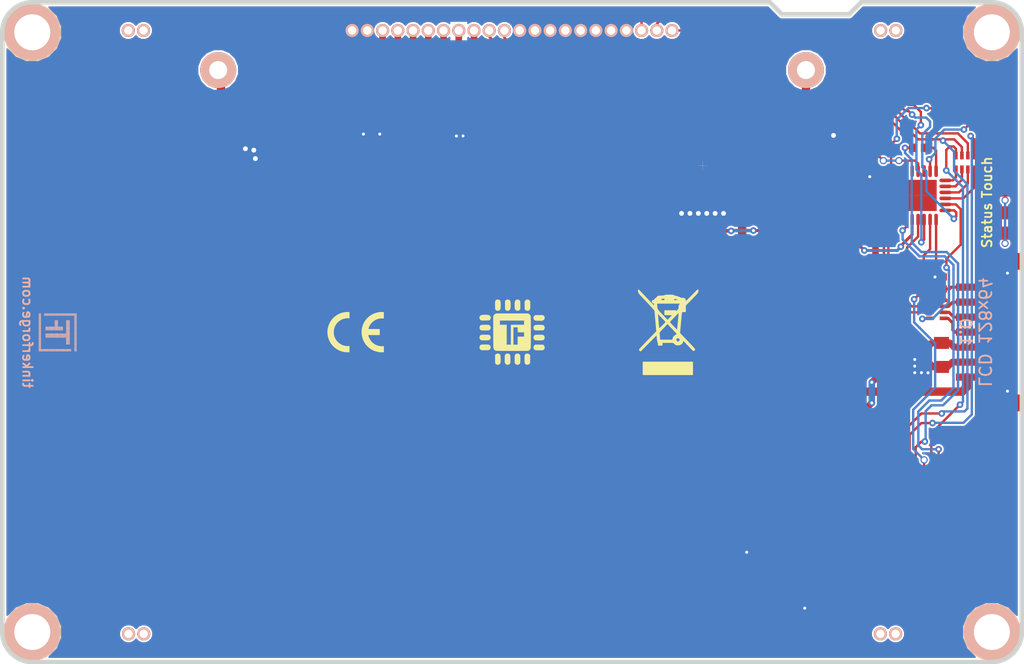
<source format=kicad_pcb>
(kicad_pcb (version 20171130) (host pcbnew 5.0.1-33cea8e~68~ubuntu18.04.1)
  (title_block (title "LCD 128x64 Bricklet") (date 2018-04-06) (rev 1.0) (company "Tinkerforge GmbH") (comment 1 "Licensed under CERN OHL v.1.1") (comment 2 "Copyright (©) 2018, L.Lauer <lukas@tinkerforge.com>"))
  (layers (0 F.Cu signal hide) (31 B.Cu signal hide) (34 B.Paste user) (35 F.Paste user) (36 B.SilkS user) (37 F.SilkS user) (38 B.Mask user) (39 F.Mask user) (44 Edge.Cuts user))
  (net 0 "")
  (net 1 GND)
  (net 2 "Net-(C1-Pad1)")
  (net 3 VCC)
  (net 4 "Net-(C7-Pad1)")
  (net 5 "Net-(C9-Pad1)")
  (net 6 "Net-(C9-Pad2)")
  (net 7 "Net-(C10-Pad1)")
  (net 8 "Net-(C10-Pad2)")
  (net 9 "Net-(D1-Pad2)")
  (net 10 "Net-(P1-Pad4)")
  (net 11 "Net-(P1-Pad5)")
  (net 12 "Net-(P1-Pad6)")
  (net 13 "Net-(P2-Pad1)")
  (net 14 "Net-(P3-Pad2)")
  (net 15 "Net-(P4-Pad2)")
  (net 16 "Net-(P4-Pad1)")
  (net 17 "Net-(P4-Pad3)")
  (net 18 "Net-(P4-Pad4)")
  (net 19 SW-BACK)
  (net 20 "Net-(Q1-PadD)")
  (net 21 "Net-(R1-Pad1)")
  (net 22 M-MISO)
  (net 23 "Net-(R7-Pad1)")
  (net 24 S-MISO)
  (net 25 S-MOSI)
  (net 26 S-CLK)
  (net 27 S-CS)
  (net 28 M-CS-TS)
  (net 29 M-CS-LCD)
  (net 30 M-CLK)
  (net 31 "Net-(RP2-Pad5)")
  (net 32 "Net-(RP2-Pad6)")
  (net 33 "Net-(RP2-Pad7)")
  (net 34 "Net-(RP2-Pad8)")
  (net 35 LCD-RST)
  (net 36 TS-BUSY)
  (net 37 PENIRQ)
  (net 38 LCD-CD)
  (net 39 M-MOSI)
  (net 40 "Net-(D2-Pad2)")
  (net 41 "Net-(R8-Pad1)")
  (net 42 +5V)
  (net 43 "Net-(R9-Pad1)")
  (module kicad-libraries:TSSOP16 (layer F.Cu) (at 164.6 107.4 270)
    (fp_text reference U2)
    (fp_text value TSC2046E)
    (pad 16 smd rect (at -2.2733 -2.97434 270) (size 0.4191 1.778) (layers F.Cu F.Paste F.Mask) (net 30 M-CLK))
    (pad 15 smd rect (at -1.62306 -2.97434 270) (size 0.4191 1.778) (layers F.Cu F.Paste F.Mask) (net 28 M-CS-TS))
    (pad 14 smd rect (at -0.97282 -2.97434 270) (size 0.4191 1.778) (layers F.Cu F.Paste F.Mask) (net 39 M-MOSI))
    (pad 13 smd rect (at -0.32258 -2.97434 270) (size 0.4191 1.778) (layers F.Cu F.Paste F.Mask) (net 36 TS-BUSY))
    (pad 12 smd rect (at 0.32258 -2.97434 270) (size 0.4191 1.778) (layers F.Cu F.Paste F.Mask) (net 22 M-MISO))
    (pad 11 smd rect (at 0.97282 -2.97434 270) (size 0.4191 1.778) (layers F.Cu F.Paste F.Mask) (net 37 PENIRQ))
    (pad 10 smd rect (at 1.62306 -2.97434 270) (size 0.4191 1.778) (layers F.Cu F.Paste F.Mask) (net 3 VCC))
    (pad 9 smd rect (at 2.2733 -2.97434 270) (size 0.4191 1.778) (layers F.Cu F.Paste F.Mask))
    (pad 8 smd rect (at 2.2733 2.97434 90) (size 0.4191 1.778) (layers F.Cu F.Paste F.Mask))
    (pad 7 smd rect (at 1.62306 2.97434 90) (size 0.4191 1.778) (layers F.Cu F.Paste F.Mask) (net 3 VCC))
    (pad 6 smd rect (at 0.97282 2.97434 90) (size 0.4191 1.778) (layers F.Cu F.Paste F.Mask) (net 1 GND))
    (pad 5 smd rect (at 0.32258 2.97434 90) (size 0.4191 1.778) (layers F.Cu F.Paste F.Mask) (net 18 "Net-(P4-Pad4)"))
    (pad 4 smd rect (at -0.32258 2.97434 90) (size 0.4191 1.778) (layers F.Cu F.Paste F.Mask) (net 17 "Net-(P4-Pad3)"))
    (pad 3 smd rect (at -0.97282 2.97434 90) (size 0.4191 1.778) (layers F.Cu F.Paste F.Mask) (net 15 "Net-(P4-Pad2)"))
    (pad 2 smd rect (at -1.62306 2.97434 90) (size 0.4191 1.778) (layers F.Cu F.Paste F.Mask) (net 16 "Net-(P4-Pad1)"))
    (pad 1 smd rect (at -2.2733 2.97434 90) (size 0.4191 1.778) (layers F.Cu F.Paste F.Mask) (net 3 VCC))
  )
  (module kicad-libraries:4X0402 (layer F.Cu) (at 177.15 74.65 180)
    (fp_text reference RP2)
    (fp_text value 82)
    (pad 1 smd rect (at -0.7493 0.575) (size 0.29972 0.65) (layers F.Cu F.Paste F.Mask) (net 28 M-CS-TS))
    (pad 2 smd rect (at -0.24892 0.575) (size 0.29972 0.65) (layers F.Cu F.Paste F.Mask) (net 29 M-CS-LCD))
    (pad 3 smd rect (at 0.24892 0.575) (size 0.29972 0.65) (layers F.Cu F.Paste F.Mask) (net 30 M-CLK))
    (pad 4 smd rect (at 0.7493 0.575) (size 0.29972 0.65) (layers F.Cu F.Paste F.Mask) (net 22 M-MISO))
    (pad 5 smd rect (at 0.7493 -0.575 180) (size 0.29972 0.65) (layers F.Cu F.Paste F.Mask) (net 31 "Net-(RP2-Pad5)"))
    (pad 6 smd rect (at 0.24892 -0.575 180) (size 0.29972 0.65) (layers F.Cu F.Paste F.Mask) (net 32 "Net-(RP2-Pad6)"))
    (pad 7 smd rect (at -0.24892 -0.575 180) (size 0.29972 0.65) (layers F.Cu F.Paste F.Mask) (net 33 "Net-(RP2-Pad7)"))
    (pad 8 smd rect (at -0.7493 -0.575 180) (size 0.29972 0.65) (layers F.Cu F.Paste F.Mask) (net 34 "Net-(RP2-Pad8)"))
  )
  (module kicad-libraries:C0402F (layer F.Cu) (at 175.3 84.7 90)
    (fp_text reference C1)
    (fp_text value 220pF)
    (pad 2 smd rect (at 0.5 0 90) (size 0.6 0.7) (layers F.Cu F.Paste F.Mask) (net 1 GND))
    (pad 1 smd rect (at -0.5 0 90) (size 0.6 0.7) (layers F.Cu F.Paste F.Mask) (net 2 "Net-(C1-Pad1)"))
  )
  (module kicad-libraries:C0805 (layer F.Cu) (at 175.2 90.7 270)
    (fp_text reference C2)
    (fp_text value 10uF)
    (pad 1 smd rect (at -1.00076 0 270) (size 1.00076 1.24968) (layers F.Cu F.Paste F.Mask) (net 3 VCC) (clearance 0.14986))
    (pad 2 smd rect (at 1.00076 0 270) (size 1.00076 1.24968) (layers F.Cu F.Paste F.Mask) (net 1 GND) (clearance 0.14986))
  )
  (module kicad-libraries:C0603F (layer F.Cu) (at 173.7 90.7 270)
    (fp_text reference C3)
    (fp_text value 1uF)
    (pad 1 smd rect (at -0.75 0 270) (size 0.9 0.9) (layers F.Cu F.Paste F.Mask) (net 3 VCC))
    (pad 2 smd rect (at 0.75 0 270) (size 0.9 0.9) (layers F.Cu F.Paste F.Mask) (net 1 GND))
  )
  (module kicad-libraries:C0603F (layer F.Cu) (at 169.95 76.59 270)
    (fp_text reference C4)
    (fp_text value 100n)
    (pad 1 smd rect (at -0.75 0 270) (size 0.9 0.9) (layers F.Cu F.Paste F.Mask) (net 1 GND))
    (pad 2 smd rect (at 0.75 0 270) (size 0.9 0.9) (layers F.Cu F.Paste F.Mask) (net 3 VCC))
  )
  (module kicad-libraries:C0603F (layer F.Cu) (at 159.7 106.4 90)
    (fp_text reference C6)
    (fp_text value 100n)
    (pad 1 smd rect (at -0.75 0 90) (size 0.9 0.9) (layers F.Cu F.Paste F.Mask) (net 1 GND))
    (pad 2 smd rect (at 0.75 0 90) (size 0.9 0.9) (layers F.Cu F.Paste F.Mask) (net 3 VCC))
  )
  (module kicad-libraries:R0603F (layer F.Cu) (at 127.01 70.81 270)
    (fp_text reference C7)
    (fp_text value 0,33uF)
    (pad 1 smd rect (at -0.75 0 270) (size 0.9 0.9) (layers F.Cu F.Paste F.Mask) (net 4 "Net-(C7-Pad1)"))
    (pad 2 smd rect (at 0.75 0 270) (size 0.9 0.9) (layers F.Cu F.Paste F.Mask) (net 1 GND))
  )
  (module kicad-libraries:3528-21 (layer F.Cu) (at 155.28 76.34 270)
    (fp_text reference C8)
    (fp_text value 100µF/6.3V)
    (pad 1 smd rect (at -1.40048 0 270) (size 1.59954 2.79908) (layers F.Cu F.Paste F.Mask) (net 42 +5V) (clearance 0.14986))
    (pad 2 smd rect (at 1.40048 0 270) (size 1.59954 2.79908) (layers F.Cu F.Paste F.Mask) (net 1 GND) (clearance 0.14986))
  )
  (module kicad-libraries:C0603F (layer F.Cu) (at 130.53 70.01 180)
    (fp_text reference C9)
    (fp_text value 2,2uF)
    (pad 1 smd rect (at -0.75 0 180) (size 0.9 0.9) (layers F.Cu F.Paste F.Mask) (net 5 "Net-(C9-Pad1)"))
    (pad 2 smd rect (at 0.75 0 180) (size 0.9 0.9) (layers F.Cu F.Paste F.Mask) (net 6 "Net-(C9-Pad2)"))
  )
  (module kicad-libraries:C0603F (layer F.Cu) (at 133.61 70.82 90)
    (fp_text reference C10)
    (fp_text value 2,2uF)
    (pad 1 smd rect (at -0.75 0 90) (size 0.9 0.9) (layers F.Cu F.Paste F.Mask) (net 7 "Net-(C10-Pad1)"))
    (pad 2 smd rect (at 0.75 0 90) (size 0.9 0.9) (layers F.Cu F.Paste F.Mask) (net 8 "Net-(C10-Pad2)"))
  )
  (module kicad-libraries:C0805 (layer F.Cu) (at 136.03 71.54)
    (fp_text reference C12)
    (fp_text value 10uF)
    (pad 1 smd rect (at -1.00076 0) (size 1.00076 1.24968) (layers F.Cu F.Paste F.Mask) (net 1 GND) (clearance 0.14986))
    (pad 2 smd rect (at 1.00076 0) (size 1.00076 1.24968) (layers F.Cu F.Paste F.Mask) (net 3 VCC) (clearance 0.14986))
  )
  (module kicad-libraries:D0603E (layer F.Cu) (at 180.5 79.7 90)
    (fp_text reference D1)
    (fp_text value blue)
    (pad 1 smd rect (at -0.8501 0 90) (size 1.1 1) (layers F.Cu F.Paste F.Mask) (net 3 VCC))
    (pad 2 smd rect (at 0.8501 0 90) (size 1.1 1) (layers F.Cu F.Paste F.Mask) (net 9 "Net-(D1-Pad2)"))
  )
  (module kicad-libraries:CON-SENSOR2 (layer F.Cu) (at 181.9 88.8 90)
    (fp_text reference P1)
    (fp_text value CON-SENSOR2)
    (pad 1 smd rect (at -3.75 -4.6 90) (size 0.6 1.8) (layers F.Cu F.Paste F.Mask) (net 42 +5V))
    (pad 2 smd rect (at -2.5 -4.6 90) (size 0.6 1.8) (layers F.Cu F.Paste F.Mask) (net 1 GND))
    (pad EP smd rect (at -5.9 -1.2 90) (size 1.4 2.4) (layers F.Cu F.Paste F.Mask) (net 1 GND))
    (pad EP smd rect (at 5.9 -1.2 90) (size 1.4 2.4) (layers F.Cu F.Paste F.Mask) (net 1 GND))
    (pad 3 smd rect (at -1.25 -4.6 90) (size 0.6 1.8) (layers F.Cu F.Paste F.Mask) (net 3 VCC))
    (pad 4 smd rect (at 0 -4.6 90) (size 0.6 1.8) (layers F.Cu F.Paste F.Mask) (net 10 "Net-(P1-Pad4)"))
    (pad 5 smd rect (at 1.25 -4.6 90) (size 0.6 1.8) (layers F.Cu F.Paste F.Mask) (net 11 "Net-(P1-Pad5)"))
    (pad 6 smd rect (at 2.5 -4.6 90) (size 0.6 1.8) (layers F.Cu F.Paste F.Mask) (net 12 "Net-(P1-Pad6)"))
    (pad 7 smd rect (at 3.75 -4.6 90) (size 0.6 1.8) (layers F.Cu F.Paste F.Mask) (net 2 "Net-(C1-Pad1)"))
  )
  (module kicad-libraries:DEBUG_PAD (layer F.Cu) (at 172.34 84.17)
    (fp_text reference P2)
    (fp_text value Debug)
    (pad 1 smd circle (at 0 0) (size 0.7 0.7) (layers F.Cu F.Paste F.Mask) (net 13 "Net-(P2-Pad1)"))
  )
  (module kicad-libraries:SolderJumper (layer F.Cu) (at 167.3 72.4)
    (fp_text reference P3)
    (fp_text value BOOT)
    (pad 2 smd rect (at 0.55 0) (size 0.3 1.4) (layers F.Cu F.Mask) (net 14 "Net-(P3-Pad2)"))
    (pad 2 smd rect (at 0.15 0) (size 0.6 0.5) (layers F.Cu F.Mask) (net 14 "Net-(P3-Pad2)"))
    (pad 1 smd rect (at -0.5 0) (size 0.4 1.4) (layers F.Cu F.Mask) (net 1 GND))
    (pad 1 smd rect (at -0.225 0.55) (size 0.95 0.3) (layers F.Cu F.Mask) (net 1 GND))
    (pad 1 smd rect (at -0.225 -0.55) (size 0.95 0.3) (layers F.Cu F.Mask) (net 1 GND))
  )
  (module kicad-libraries:SOT23GDS (layer F.Cu) (at 116.15 75.22 270)
    (fp_text reference Q1)
    (fp_text value 2N7002)
    (pad S smd rect (at -0.889 -1.016 270) (size 0.9144 0.9144) (layers F.Cu F.Paste F.Mask) (net 1 GND))
    (pad G smd rect (at 0.889 -1.016 270) (size 0.9144 0.9144) (layers F.Cu F.Paste F.Mask) (net 19 SW-BACK))
    (pad D smd rect (at 0 1.016 270) (size 0.9144 0.9144) (layers F.Cu F.Paste F.Mask) (net 20 "Net-(Q1-PadD)"))
  )
  (module kicad-libraries:R0603F (layer F.Cu) (at 179 72 270)
    (fp_text reference R1)
    (fp_text value 1k)
    (pad 1 smd rect (at -0.75 0 270) (size 0.9 0.9) (layers F.Cu F.Paste F.Mask) (net 21 "Net-(R1-Pad1)"))
    (pad 2 smd rect (at 0.75 0 270) (size 0.9 0.9) (layers F.Cu F.Paste F.Mask) (net 9 "Net-(D1-Pad2)"))
  )
  (module kicad-libraries:R0603F (layer F.Cu) (at 128.37 70.81 270)
    (fp_text reference R6)
    (fp_text value 10M)
    (pad 1 smd rect (at -0.75 0 270) (size 0.9 0.9) (layers F.Cu F.Paste F.Mask) (net 4 "Net-(C7-Pad1)"))
    (pad 2 smd rect (at 0.75 0 270) (size 0.9 0.9) (layers F.Cu F.Paste F.Mask) (net 1 GND))
  )
  (module kicad-libraries:R0402F (layer F.Cu) (at 173.28 73.43 180)
    (fp_text reference R7)
    (fp_text value 82)
    (pad 2 smd rect (at 0.5 0 180) (size 0.6 0.7) (layers F.Cu F.Paste F.Mask) (net 39 M-MOSI))
    (pad 1 smd rect (at -0.5 0 180) (size 0.6 0.7) (layers F.Cu F.Paste F.Mask) (net 23 "Net-(R7-Pad1)"))
  )
  (module kicad-libraries:4X0402 (layer F.Cu) (at 174.8 86.9 90)
    (fp_text reference RP1)
    (fp_text value 82)
    (pad 1 smd rect (at -0.7493 0.575 270) (size 0.29972 0.65) (layers F.Cu F.Paste F.Mask) (net 10 "Net-(P1-Pad4)"))
    (pad 2 smd rect (at -0.24892 0.575 270) (size 0.29972 0.65) (layers F.Cu F.Paste F.Mask) (net 11 "Net-(P1-Pad5)"))
    (pad 3 smd rect (at 0.24892 0.575 270) (size 0.29972 0.65) (layers F.Cu F.Paste F.Mask) (net 12 "Net-(P1-Pad6)"))
    (pad 4 smd rect (at 0.7493 0.575 270) (size 0.29972 0.65) (layers F.Cu F.Paste F.Mask) (net 2 "Net-(C1-Pad1)"))
    (pad 5 smd rect (at 0.7493 -0.575 90) (size 0.29972 0.65) (layers F.Cu F.Paste F.Mask) (net 24 S-MISO))
    (pad 6 smd rect (at 0.24892 -0.575 90) (size 0.29972 0.65) (layers F.Cu F.Paste F.Mask) (net 25 S-MOSI))
    (pad 7 smd rect (at -0.24892 -0.575 90) (size 0.29972 0.65) (layers F.Cu F.Paste F.Mask) (net 26 S-CLK))
    (pad 8 smd rect (at -0.7493 -0.575 90) (size 0.29972 0.65) (layers F.Cu F.Paste F.Mask) (net 27 S-CS))
  )
  (module kicad-libraries:QFN24-4x4mm-0.5mm (layer F.Cu) (at 173.5 77.4 270)
    (fp_text reference U1)
    (fp_text value XMC130024)
    (pad 1 smd oval (at -2.025 -1.25 270) (size 1 0.3) (layers F.Cu F.Paste F.Mask) (net 23 "Net-(R7-Pad1)"))
    (pad 2 smd oval (at -2.025 -0.75 270) (size 1 0.3) (layers F.Cu F.Paste F.Mask) (net 21 "Net-(R1-Pad1)"))
    (pad 3 smd oval (at -2.025 -0.25 270) (size 1 0.3) (layers F.Cu F.Paste F.Mask))
    (pad 4 smd oval (at -2.025 0.25 270) (size 1 0.3) (layers F.Cu F.Paste F.Mask) (net 14 "Net-(P3-Pad2)"))
    (pad 5 smd oval (at -2.025 0.75 270) (size 1 0.3) (layers F.Cu F.Paste F.Mask))
    (pad 6 smd oval (at -2.025 1.25 270) (size 1 0.3) (layers F.Cu F.Paste F.Mask))
    (pad 7 smd oval (at -1.25 2.025) (size 1 0.3) (layers F.Cu F.Paste F.Mask) (net 41 "Net-(R8-Pad1)"))
    (pad 8 smd oval (at -0.75 2.025) (size 1 0.3) (layers F.Cu F.Paste F.Mask))
    (pad 9 smd oval (at -0.25 2.025) (size 1 0.3) (layers F.Cu F.Paste F.Mask) (net 1 GND))
    (pad 10 smd oval (at 0.25 2.025) (size 1 0.3) (layers F.Cu F.Paste F.Mask) (net 3 VCC))
    (pad 11 smd oval (at 0.75 2.025) (size 1 0.3) (layers F.Cu F.Paste F.Mask) (net 26 S-CLK))
    (pad 12 smd oval (at 1.25 2.025) (size 1 0.3) (layers F.Cu F.Paste F.Mask) (net 25 S-MOSI))
    (pad 13 smd oval (at 2.025 1.25 270) (size 1 0.3) (layers F.Cu F.Paste F.Mask) (net 37 PENIRQ))
    (pad 14 smd oval (at 2.025 0.75 270) (size 1 0.3) (layers F.Cu F.Paste F.Mask) (net 19 SW-BACK))
    (pad 15 smd oval (at 2.025 0.25 270) (size 1 0.3) (layers F.Cu F.Paste F.Mask) (net 13 "Net-(P2-Pad1)"))
    (pad 16 smd oval (at 2.025 -0.25 270) (size 1 0.3) (layers F.Cu F.Paste F.Mask) (net 38 LCD-CD))
    (pad 17 smd oval (at 2.025 -0.75 270) (size 1 0.3) (layers F.Cu F.Paste F.Mask) (net 36 TS-BUSY))
    (pad 18 smd oval (at 2.025 -1.25 270) (size 1 0.3) (layers F.Cu F.Paste F.Mask) (net 24 S-MISO))
    (pad 19 smd oval (at 1.25 -2.025) (size 1 0.3) (layers F.Cu F.Paste F.Mask) (net 35 LCD-RST))
    (pad 20 smd oval (at 0.75 -2.025) (size 1 0.3) (layers F.Cu F.Paste F.Mask) (net 27 S-CS))
    (pad 21 smd oval (at 0.25 -2.025) (size 1 0.3) (layers F.Cu F.Paste F.Mask) (net 34 "Net-(RP2-Pad8)"))
    (pad 22 smd oval (at -0.25 -2.025) (size 1 0.3) (layers F.Cu F.Paste F.Mask) (net 33 "Net-(RP2-Pad7)"))
    (pad 23 smd oval (at -0.75 -2.025) (size 1 0.3) (layers F.Cu F.Paste F.Mask) (net 32 "Net-(RP2-Pad6)"))
    (pad 24 smd oval (at -1.25 -2.025) (size 1 0.3) (layers F.Cu F.Paste F.Mask) (net 31 "Net-(RP2-Pad5)"))
    (pad EXP smd rect (at 0.65 0.65 270) (size 1.3 1.3) (layers F.Cu F.Paste F.Mask) (net 1 GND))
    (pad EXP smd rect (at 0.65 -0.65 270) (size 1.3 1.3) (layers F.Cu F.Paste F.Mask) (net 1 GND))
    (pad EXP smd rect (at -0.65 0.65 270) (size 1.3 1.3) (layers F.Cu F.Paste F.Mask) (net 1 GND))
    (pad EXP smd rect (at -0.65 -0.65 270) (size 1.3 1.3) (layers F.Cu F.Paste F.Mask) (net 1 GND))
  )
  (module kicad-libraries:DRILL_NP (layer F.Cu) (at 99.4 63.8)
    (fp_text reference U4 hide)
    (fp_text value DRILL hide)
    (pad "" np_thru_hole circle (at 0 0) (size 2.99974 2.99974) (drill 2.99974) (layers *.Cu *.Mask F.SilkS) (clearance 0.89916))
  )
  (module kicad-libraries:DRILL_NP (layer F.Cu) (at 179.4 63.8)
    (fp_text reference U5 hide)
    (fp_text value DRILL hide)
    (pad "" np_thru_hole circle (at 0 0) (size 2.99974 2.99974) (drill 2.99974) (layers *.Cu *.Mask F.SilkS) (clearance 0.89916))
  )
  (module kicad-libraries:DRILL_NP (layer F.Cu) (at 99.4 113.8)
    (fp_text reference U6 hide)
    (fp_text value DRILL hide)
    (pad "" np_thru_hole circle (at 0 0) (size 2.99974 2.99974) (drill 2.99974) (layers *.Cu *.Mask F.SilkS) (clearance 0.89916))
  )
  (module kicad-libraries:DRILL_NP (layer F.Cu) (at 179.4 113.8)
    (fp_text reference U7 hide)
    (fp_text value DRILL hide)
    (pad "" np_thru_hole circle (at 0 0) (size 2.99974 2.99974) (drill 2.99974) (layers *.Cu *.Mask F.SilkS) (clearance 0.89916))
  )
  (module kicad-libraries:C0603F (layer F.Cu) (at 135.82 70.02)
    (fp_text reference C11)
    (fp_text value 100n)
    (pad 1 smd rect (at -0.75 0) (size 0.9 0.9) (layers F.Cu F.Paste F.Mask) (net 1 GND))
    (pad 2 smd rect (at 0.75 0) (size 0.9 0.9) (layers F.Cu F.Paste F.Mask) (net 3 VCC))
  )
  (module kicad-libraries:Logo_31x31 (layer B.Cu) (at 103.1 90.4 90)
    (fp_text reference G*** hide)
    (fp_text value Logo_31x31 hide)
  )
  (module kicad-libraries:WEEE_7mm (layer F.Cu) (at 152.4 88.8)
    (fp_text reference VAL hide)
    (fp_text value WEEE_7mm hide)
  )
  (module kicad-libraries:Logo_CoMCU (layer F.Cu) (at 139.4 88.8)
    (fp_text reference G*** hide)
    (fp_text value LOGO hide)
  )
  (module kicad-libraries:CE_5mm (layer F.Cu) (at 126.4 88.8)
    (fp_text reference VAL hide)
    (fp_text value CE_5mm hide)
  )
  (module kicad-libraries:Fiducial_Mark (layer F.Cu) (at 178.4 68.8)
    (fp_text reference Fiducial_Mark hide)
    (fp_text value VAL** hide)
    (pad 1 smd circle (at 0 0) (size 1.00076 1.00076) (layers F.Cu F.Paste F.Mask) (clearance 0.65024))
  )
  (module kicad-libraries:Fiducial_Mark (layer F.Cu) (at 99.4 73.8)
    (fp_text reference Fiducial_Mark hide)
    (fp_text value VAL** hide)
    (pad 1 smd circle (at 0 0) (size 1.00076 1.00076) (layers F.Cu F.Paste F.Mask) (clearance 0.65024))
  )
  (module kicad-libraries:Fiducial_Mark (layer F.Cu) (at 102.4 108.8)
    (fp_text reference Fiducial_Mark hide)
    (fp_text value VAL** hide)
    (pad 1 smd circle (at 0 0) (size 1.00076 1.00076) (layers F.Cu F.Paste F.Mask) (clearance 0.65024))
  )
  (module kicad-libraries:Fiducial_Mark (layer F.Cu) (at 176.4 110.8)
    (fp_text reference Fiducial_Mark hide)
    (fp_text value VAL** hide)
    (pad 1 smd circle (at 0 0) (size 1.00076 1.00076) (layers F.Cu F.Paste F.Mask) (clearance 0.65024))
  )
  (module kicad-libraries:D0603E (layer F.Cu) (at 180.5 76.1 90)
    (fp_text reference D2)
    (fp_text value green)
    (pad 1 smd rect (at -0.8501 0 90) (size 1.1 1) (layers F.Cu F.Paste F.Mask) (net 3 VCC))
    (pad 2 smd rect (at 0.8501 0 90) (size 1.1 1) (layers F.Cu F.Paste F.Mask) (net 40 "Net-(D2-Pad2)"))
  )
  (module kicad-libraries:R0603F (layer F.Cu) (at 180.5 72 270)
    (fp_text reference R8)
    (fp_text value 1k)
    (pad 1 smd rect (at -0.75 0 270) (size 0.9 0.9) (layers F.Cu F.Paste F.Mask) (net 41 "Net-(R8-Pad1)"))
    (pad 2 smd rect (at 0.75 0 270) (size 0.9 0.9) (layers F.Cu F.Paste F.Mask) (net 40 "Net-(D2-Pad2)"))
  )
  (module kicad-libraries:C0805 (layer F.Cu) (at 164.8 110.9)
    (fp_text reference C5)
    (fp_text value 10uF)
    (pad 1 smd rect (at -1.00076 0) (size 1.00076 1.24968) (layers F.Cu F.Paste F.Mask) (net 1 GND) (clearance 0.14986))
    (pad 2 smd rect (at 1.00076 0) (size 1.00076 1.24968) (layers F.Cu F.Paste F.Mask) (net 3 VCC) (clearance 0.14986))
  )
  (module R1206 (layer F.Cu) (at 156.74 72.44 180)
    (fp_text reference R9)
    (fp_text value 27)
    (pad 1 smd rect (at -1.50114 0 180) (size 1.00076 1.6002) (layers F.Cu F.Paste F.Mask) (net 43 "Net-(R9-Pad1)"))
    (pad 2 smd rect (at 1.50114 0 180) (size 1.00076 1.6002) (layers F.Cu F.Paste F.Mask) (net 42 +5V))
  )
  (module kicad-libraries:ER-CON04HB-2 (layer F.Cu) (at 164.7 103.2 180)
    (fp_text reference P4)
    (fp_text value CON_4Wire_ER-TP028-1)
    (pad EP smd rect (at 4.3 2.15 180) (size 2 2.5) (layers F.Cu F.Paste F.Mask))
    (pad EP smd rect (at -4.3 2.15 180) (size 2 2.5) (layers F.Cu F.Paste F.Mask))
    (pad 2 smd rect (at 0.5 0 180) (size 0.6 2) (layers F.Cu F.Paste F.Mask) (net 15 "Net-(P4-Pad2)"))
    (pad 1 smd rect (at 1.5 0 180) (size 0.6 2) (layers F.Cu F.Paste F.Mask) (net 16 "Net-(P4-Pad1)"))
    (pad 3 smd rect (at -0.5 0 180) (size 0.6 2) (layers F.Cu F.Paste F.Mask) (net 17 "Net-(P4-Pad3)"))
    (pad 4 smd rect (at -1.5 0 180) (size 0.6 2) (layers F.Cu F.Paste F.Mask) (net 18 "Net-(P4-Pad4)"))
  )
  (module kicad-libraries:ERC12864-655_128x64 (layer B.Cu) (at 139.4 88.8 180)
    (fp_text reference U3)
    (fp_text value LCD-ERC12864)
    (pad NC thru_hole circle (at -31.975 -25.15 180) (size 1.1 1.1) (drill 0.7) (layers *.Cu *.Mask B.SilkS))
    (pad NC thru_hole circle (at 31.975 -25.15 180) (size 1.1 1.1) (drill 0.7) (layers *.Cu *.Mask B.SilkS))
    (pad NC thru_hole circle (at 30.705 -25.15 180) (size 1.1 1.1) (drill 0.7) (layers *.Cu *.Mask B.SilkS))
    (pad NC thru_hole circle (at -30.705 -25.15 180) (size 1.1 1.1) (drill 0.7) (layers *.Cu *.Mask B.SilkS))
    (pad NC thru_hole circle (at -31.995 25.15 180) (size 1.1 1.1) (drill 0.7) (layers *.Cu *.Mask B.SilkS))
    (pad NC thru_hole circle (at -30.725 25.15 180) (size 1.1 1.1) (drill 0.7) (layers *.Cu *.Mask B.SilkS))
    (pad NC thru_hole circle (at 31.995 25.15 180) (size 1.1 1.1) (drill 0.7) (layers *.Cu *.Mask B.SilkS))
    (pad NC thru_hole circle (at 30.725 25.15 180) (size 1.1 1.1) (drill 0.7) (layers *.Cu *.Mask B.SilkS))
    (pad 1 thru_hole circle (at -13.335 25.15 180) (size 1.1 1.1) (drill 0.7) (layers *.Cu *.Mask B.SilkS) (net 29 M-CS-LCD))
    (pad 2 thru_hole circle (at -12.065 25.15 180) (size 1.1 1.1) (drill 0.7) (layers *.Cu *.Mask B.SilkS) (net 35 LCD-RST))
    (pad 3 thru_hole circle (at -10.795 25.15 180) (size 1.1 1.1) (drill 0.7) (layers *.Cu *.Mask B.SilkS) (net 38 LCD-CD))
    (pad 4 thru_hole circle (at -9.525 25.15 180) (size 1.1 1.1) (drill 0.7) (layers *.Cu *.Mask B.SilkS) (net 1 GND))
    (pad 5 thru_hole circle (at -8.255 25.15 180) (size 1.1 1.1) (drill 0.7) (layers *.Cu *.Mask B.SilkS) (net 1 GND))
    (pad 6 thru_hole circle (at -6.985 25.15 180) (size 1.1 1.1) (drill 0.7) (layers *.Cu *.Mask B.SilkS) (net 1 GND))
    (pad 7 thru_hole circle (at -5.715 25.15 180) (size 1.1 1.1) (drill 0.7) (layers *.Cu *.Mask B.SilkS) (net 1 GND))
    (pad 8 thru_hole circle (at -4.445 25.15 180) (size 1.1 1.1) (drill 0.7) (layers *.Cu *.Mask B.SilkS) (net 1 GND))
    (pad 9 thru_hole circle (at -3.175 25.15 180) (size 1.1 1.1) (drill 0.7) (layers *.Cu *.Mask B.SilkS) (net 1 GND))
    (pad 10 thru_hole circle (at -1.905 25.15 180) (size 1.1 1.1) (drill 0.7) (layers *.Cu *.Mask B.SilkS) (net 1 GND))
    (pad 11 thru_hole circle (at -0.635 25.15 180) (size 1.1 1.1) (drill 0.7) (layers *.Cu *.Mask B.SilkS) (net 1 GND))
    (pad 12 thru_hole circle (at 0.635 25.15 180) (size 1.1 1.1) (drill 0.7) (layers *.Cu *.Mask B.SilkS) (net 30 M-CLK))
    (pad 13 thru_hole circle (at 1.905 25.15 180) (size 1.1 1.1) (drill 0.7) (layers *.Cu *.Mask B.SilkS) (net 39 M-MOSI))
    (pad 14 thru_hole circle (at 3.175 25.15 180) (size 1.1 1.1) (drill 0.7) (layers *.Cu *.Mask B.SilkS) (net 3 VCC))
    (pad 15 thru_hole circle (at 4.445 25.15 180) (size 1.1 1.1) (drill 0.7) (layers *.Cu *.Mask B.SilkS) (net 1 GND))
    (pad 16 thru_hole circle (at 5.715 25.15 180) (size 1.1 1.1) (drill 0.7) (layers *.Cu *.Mask B.SilkS) (net 8 "Net-(C10-Pad2)"))
    (pad 17 thru_hole circle (at 6.985 25.15 180) (size 1.1 1.1) (drill 0.7) (layers *.Cu *.Mask B.SilkS) (net 7 "Net-(C10-Pad1)"))
    (pad 18 thru_hole circle (at 8.255 25.15 180) (size 1.1 1.1) (drill 0.7) (layers *.Cu *.Mask B.SilkS) (net 5 "Net-(C9-Pad1)"))
    (pad 19 thru_hole circle (at 9.525 25.15 180) (size 1.1 1.1) (drill 0.7) (layers *.Cu *.Mask B.SilkS) (net 6 "Net-(C9-Pad2)"))
    (pad 20 thru_hole circle (at 10.795 25.15 180) (size 1.1 1.1) (drill 0.7) (layers *.Cu *.Mask B.SilkS) (net 4 "Net-(C7-Pad1)"))
    (pad 21 thru_hole circle (at 12.065 25.15 180) (size 1.1 1.1) (drill 0.7) (layers *.Cu *.Mask B.SilkS) (net 1 GND))
    (pad 22 thru_hole circle (at 13.335 25.15 180) (size 1.1 1.1) (drill 0.7) (layers *.Cu *.Mask B.SilkS) (net 1 GND))
    (pad 23 thru_hole circle (at -24.5 21.85 180) (size 3 3) (drill 1.5) (layers *.Cu *.Mask B.SilkS) (net 43 "Net-(R9-Pad1)"))
    (pad 24 thru_hole circle (at 24.5 21.85 180) (size 3 3) (drill 1.5) (layers *.Cu *.Mask B.SilkS) (net 20 "Net-(Q1-PadD)"))
  )
  (gr_line (start 168.5 61.3) (end 179.4 61.3) (angle 90) (layer Edge.Cuts) (width 0.381))
  (gr_line (start 167.5 62.3) (end 168.5 61.3) (angle 90) (layer Edge.Cuts) (width 0.381))
  (gr_line (start 160.9 61.3) (end 99.4 61.3) (angle 90) (layer Edge.Cuts) (width 0.381))
  (gr_line (start 161.9 62.3) (end 160.9 61.3) (angle 90) (layer Edge.Cuts) (width 0.381))
  (gr_line (start 161.9 62.3) (end 167.5 62.3) (angle 90) (layer Edge.Cuts) (width 0.381))
  (gr_line (start 96.9 63.8) (end 96.9 113.8) (angle 90) (layer Edge.Cuts) (width 0.381))
  (gr_line (start 181.9 113.8) (end 181.9 63.8) (angle 90) (layer Edge.Cuts) (width 0.381))
  (gr_line (start 99.4 116.3) (end 179.4 116.3) (angle 90) (layer Edge.Cuts) (width 0.381))
  (gr_arc (start 99.4 113.8) (end 99.4 116.3) (angle 90) (layer Edge.Cuts) (width 0.381))
  (gr_arc (start 179.4 113.8) (end 181.9 113.8) (angle 90) (layer Edge.Cuts) (width 0.381))
  (gr_arc (start 179.4 63.8) (end 179.4 61.3) (angle 90) (layer Edge.Cuts) (width 0.381))
  (gr_arc (start 99.4 63.8) (end 96.9 63.8) (angle 90) (layer Edge.Cuts) (width 0.381))
  (gr_text Touch (at 179 75.9 90) (layer F.SilkS) (effects (font (size 0.8 0.8))))
  (gr_text "LCD 128x64\n1.0\n" (at 178 88.8 270) (layer B.SilkS) (effects (font (size 1 1)) (justify mirror)))
  (gr_text tinkerforge.com (at 99 88.8 270) (layer B.SilkS) (effects (font (size 0.8 0.8)) (justify mirror)))
  (gr_text Status (at 179 79.9 90) (layer F.SilkS) (effects (font (size 0.8 0.8))))
  (segment (start 166.8 72.4) (end 166.2 72.4) (width 0.3) (layer F.Cu) (net 1))
  (via (at 166.2 72.4) (size 0.6) (drill 0.4) (layers F.Cu B.Cu) (net 1))
  (segment (start 166.8 72.4) (end 166.8 72.9) (width 0.2) (layer F.Cu) (net 1))
  (segment (start 166.8 72.9) (end 166.9 73) (width 0.2) (layer F.Cu) (net 1))
  (segment (start 166.9 73) (end 167.1 73) (width 0.2) (layer F.Cu) (net 1))
  (segment (start 167.1 73) (end 167.075 72.95) (width 0.2) (layer F.Cu) (net 1))
  (segment (start 167.075 71.85) (end 166.85 71.85) (width 0.2) (layer F.Cu) (net 1))
  (segment (start 166.85 71.85) (end 166.8 71.9) (width 0.2) (layer F.Cu) (net 1))
  (segment (start 166.8 71.9) (end 166.8 72.4) (width 0.2) (layer F.Cu) (net 1))
  (segment (start 175.3 84.2) (end 174.660002 84.2) (width 0.55) (layer F.Cu) (net 1))
  (segment (start 174.660002 84.2) (end 174.64 84.2) (width 0.55) (layer B.Cu) (net 1))
  (via (at 174.660002 84.2) (size 0.55) (drill 0.25) (layers F.Cu B.Cu) (net 1))
  (segment (start 154.93 78.9) (end 157.03 78.9) (width 0.7) (layer F.Cu) (net 1))
  (via (at 157.03 78.9) (size 0.7) (drill 0.4) (layers F.Cu B.Cu) (net 1))
  (segment (start 157.03 78.9) (end 155.87048 77.74048) (width 0.7) (layer F.Cu) (net 1))
  (via (at 154.93 78.9) (size 0.7) (drill 0.4) (layers F.Cu B.Cu) (net 1))
  (segment (start 156.33 78.9) (end 155.63 78.9) (width 0.7) (layer F.Cu) (net 1))
  (via (at 156.33 78.9) (size 0.7) (drill 0.4) (layers F.Cu B.Cu) (net 1))
  (segment (start 155.28 77.85) (end 156.33 78.9) (width 0.7) (layer F.Cu) (net 1))
  (segment (start 155.63 78.9) (end 155.28 78.55) (width 0.7) (layer F.Cu) (net 1))
  (via (at 155.63 78.9) (size 0.7) (drill 0.4) (layers F.Cu B.Cu) (net 1))
  (via (at 154.23 78.9) (size 0.7) (drill 0.4) (layers F.Cu B.Cu) (net 1))
  (segment (start 154.23 78.9) (end 154.93 78.9) (width 0.7) (layer F.Cu) (net 1))
  (segment (start 154.93 78.9) (end 155.28 78.55) (width 0.7) (layer F.Cu) (net 1))
  (segment (start 153.53 78.9) (end 154.23 78.9) (width 0.7) (layer F.Cu) (net 1))
  (segment (start 155.28 77.85) (end 154.23 78.9) (width 0.7) (layer F.Cu) (net 1))
  (via (at 153.53 78.9) (size 0.7) (drill 0.4) (layers F.Cu B.Cu) (net 1))
  (segment (start 153.53 78.9) (end 154.68952 77.74048) (width 0.7) (layer F.Cu) (net 1))
  (segment (start 155.28 77.74048) (end 155.87048 77.74048) (width 0.7) (layer F.Cu) (net 1))
  (segment (start 155.28 77.74048) (end 155.28 77.85) (width 0.7) (layer F.Cu) (net 1))
  (segment (start 155.28 77.74048) (end 155.28 78.55) (width 0.7) (layer F.Cu) (net 1))
  (segment (start 155.28 77.74048) (end 154.68952 77.74048) (width 0.7) (layer F.Cu) (net 1))
  (segment (start 128.37 71.56) (end 128.37 72.29) (width 0.55) (layer F.Cu) (net 1))
  (via (at 128.37 72.29) (size 0.55) (drill 0.25) (layers F.Cu B.Cu) (net 1))
  (segment (start 127.01 71.56) (end 127.01 72.29) (width 0.55) (layer F.Cu) (net 1))
  (via (at 127.01 72.29) (size 0.55) (drill 0.25) (layers F.Cu B.Cu) (net 1))
  (segment (start 134.76 72.45) (end 135.3 72.45) (width 0.55) (layer F.Cu) (net 1))
  (segment (start 135.02924 72.18076) (end 134.76 72.45) (width 0.55) (layer F.Cu) (net 1))
  (via (at 134.76 72.45) (size 0.55) (drill 0.25) (layers F.Cu B.Cu) (net 1))
  (segment (start 135.02924 71.54) (end 135.02924 72.18076) (width 0.55) (layer F.Cu) (net 1))
  (via (at 135.31 72.44) (size 0.55) (drill 0.25) (layers F.Cu B.Cu) (net 1))
  (segment (start 135.31 72.44) (end 135.02924 72.15924) (width 0.55) (layer F.Cu) (net 1))
  (segment (start 135.3 72.45) (end 135.31 72.44) (width 0.55) (layer F.Cu) (net 1))
  (segment (start 135.07 70.02) (end 135.07 71.49924) (width 0.55) (layer F.Cu) (net 1))
  (segment (start 135.07 71.49924) (end 135.02924 71.54) (width 0.55) (layer F.Cu) (net 1))
  (segment (start 134.955 63.65) (end 134.955 69.845) (width 0.55) (layer F.Cu) (net 1))
  (segment (start 134.955 69.845) (end 135.13 70.02) (width 0.55) (layer F.Cu) (net 1))
  (segment (start 172.85 78.05) (end 174.15 78.05) (width 0.2) (layer F.Cu) (net 1))
  (segment (start 172.85 78.05) (end 172.85 76.75) (width 0.2) (layer F.Cu) (net 1))
  (segment (start 172.85 76.75) (end 174.15 76.75) (width 0.2) (layer F.Cu) (net 1))
  (segment (start 174.15 76.75) (end 174.15 78.05) (width 0.2) (layer F.Cu) (net 1))
  (segment (start 171.475 77.15) (end 172.45 77.15) (width 0.2) (layer F.Cu) (net 1))
  (segment (start 172.45 77.15) (end 172.85 76.75) (width 0.2) (layer F.Cu) (net 1))
  (segment (start 117.166 74.331) (end 117.169 74.331) (width 0.7) (layer F.Cu) (net 1))
  (via (at 117.87 73.63) (size 0.7) (drill 0.4) (layers F.Cu B.Cu) (net 1))
  (segment (start 117.999 74.331) (end 117.166 74.331) (width 0.7) (layer F.Cu) (net 1))
  (via (at 118 74.33) (size 0.7) (drill 0.4) (layers F.Cu B.Cu) (net 1))
  (segment (start 117.999 74.331) (end 118 74.33) (width 0.7) (layer F.Cu) (net 1))
  (segment (start 117.166 74.331) (end 117.166 73.514) (width 0.7) (layer F.Cu) (net 1))
  (via (at 117.17 73.51) (size 0.7) (drill 0.4) (layers F.Cu B.Cu) (net 1))
  (segment (start 117.166 73.514) (end 117.17 73.51) (width 0.7) (layer F.Cu) (net 1))
  (segment (start 117.169 74.331) (end 117.87 73.63) (width 0.7) (layer F.Cu) (net 1))
  (segment (start 169.95 75.84) (end 169.22 75.84) (width 0.55) (layer F.Cu) (net 1))
  (via (at 169.22 75.84) (size 0.55) (drill 0.25) (layers F.Cu B.Cu) (net 1))
  (segment (start 171.475 77.15) (end 171 77.15) (width 0.2) (layer F.Cu) (net 1))
  (segment (start 171 77.15) (end 170.67 76.82) (width 0.2) (layer F.Cu) (net 1))
  (segment (start 170.67 76.82) (end 170.67 76.16) (width 0.2) (layer F.Cu) (net 1))
  (segment (start 170.67 76.16) (end 170.35 75.84) (width 0.2) (layer F.Cu) (net 1))
  (segment (start 170.35 75.84) (end 169.95 75.84) (width 0.2) (layer F.Cu) (net 1))
  (segment (start 180.7 94.7) (end 180.7 93.72) (width 0.55) (layer F.Cu) (net 1))
  (via (at 180.7 93.72) (size 0.55) (drill 0.25) (layers F.Cu B.Cu) (net 1))
  (segment (start 180.7 82.9) (end 180.7 83.88) (width 0.55) (layer F.Cu) (net 1))
  (via (at 180.7 83.88) (size 0.55) (drill 0.25) (layers F.Cu B.Cu) (net 1))
  (segment (start 172.97 92.18) (end 172.97 91.63) (width 0.55) (layer F.Cu) (net 1))
  (via (at 172.97 91.63) (size 0.55) (drill 0.25) (layers F.Cu B.Cu) (net 1))
  (segment (start 172.97 91.08) (end 173.34 91.45) (width 0.55) (layer F.Cu) (net 1))
  (via (at 172.97 91.08) (size 0.55) (drill 0.25) (layers F.Cu B.Cu) (net 1))
  (segment (start 172.97 91.08) (end 172.97 91.63) (width 0.55) (layer F.Cu) (net 1))
  (segment (start 173.7 91.45) (end 173.15 91.45) (width 0.55) (layer F.Cu) (net 1))
  (segment (start 173.15 91.45) (end 172.97 91.63) (width 0.55) (layer F.Cu) (net 1))
  (via (at 172.97 92.18) (size 0.55) (drill 0.25) (layers F.Cu B.Cu) (net 1))
  (segment (start 173.53 92.18) (end 174.07 92.18) (width 0.55) (layer F.Cu) (net 1))
  (via (at 174.08 92.19) (size 0.55) (drill 0.25) (layers F.Cu B.Cu) (net 1))
  (segment (start 174.08 92.19) (end 173.7 91.81) (width 0.55) (layer F.Cu) (net 1))
  (via (at 173.53 92.18) (size 0.55) (drill 0.25) (layers F.Cu B.Cu) (net 1))
  (segment (start 174.07 92.18) (end 174.08 92.19) (width 0.55) (layer F.Cu) (net 1))
  (segment (start 173.53 92.18) (end 172.97 92.18) (width 0.55) (layer F.Cu) (net 1))
  (segment (start 173.7 92.01) (end 173.53 92.18) (width 0.55) (layer F.Cu) (net 1))
  (segment (start 173.7 91.45) (end 173.7 92.01) (width 0.55) (layer F.Cu) (net 1))
  (segment (start 172.97 92.18) (end 173.7 91.45) (width 0.55) (layer F.Cu) (net 1))
  (segment (start 173.7 91.45) (end 173.7 91.81) (width 0.55) (layer F.Cu) (net 1))
  (segment (start 175.2 91.70076) (end 174.50076 91.70076) (width 0.55) (layer F.Cu) (net 1))
  (segment (start 174.25 91.45) (end 173.7 91.45) (width 0.55) (layer F.Cu) (net 1))
  (segment (start 174.50076 91.70076) (end 174.25 91.45) (width 0.55) (layer F.Cu) (net 1))
  (segment (start 177.3 91.3) (end 176.1 91.3) (width 0.55) (layer F.Cu) (net 1))
  (segment (start 176.1 91.3) (end 175.69924 91.70076) (width 0.55) (layer F.Cu) (net 1))
  (segment (start 175.69924 91.70076) (end 175.2 91.70076) (width 0.55) (layer F.Cu) (net 1))
  (segment (start 163.79924 110.9) (end 163.79924 111.80924) (width 0.55) (layer F.Cu) (net 1))
  (via (at 163.8 111.81) (size 0.55) (drill 0.25) (layers F.Cu B.Cu) (net 1))
  (segment (start 163.79924 111.80924) (end 163.8 111.81) (width 0.55) (layer F.Cu) (net 1))
  (segment (start 159.7 107.15) (end 158.96 107.15) (width 0.55) (layer F.Cu) (net 1))
  (via (at 158.96 107.15) (size 0.55) (drill 0.25) (layers F.Cu B.Cu) (net 1))
  (segment (start 161.62566 108.37282) (end 163.07282 108.37282) (width 0.25) (layer F.Cu) (net 1))
  (segment (start 163.79924 109.09924) (end 163.79924 110.9) (width 0.25) (layer F.Cu) (net 1))
  (segment (start 163.07282 108.37282) (end 163.79924 109.09924) (width 0.25) (layer F.Cu) (net 1))
  (segment (start 159.7 107.15) (end 159.7 107.9) (width 0.25) (layer F.Cu) (net 1))
  (segment (start 160.17282 108.37282) (end 161.62566 108.37282) (width 0.25) (layer F.Cu) (net 1))
  (segment (start 159.7 107.9) (end 160.17282 108.37282) (width 0.25) (layer F.Cu) (net 1))
  (segment (start 175.375 86.1507) (end 175.375 85.275) (width 0.25) (layer F.Cu) (net 2))
  (segment (start 175.375 85.275) (end 175.3 85.2) (width 0.25) (layer F.Cu) (net 2))
  (segment (start 177.3 85.05) (end 176.01 85.05) (width 0.25) (layer F.Cu) (net 2))
  (segment (start 175.86 85.2) (end 175.3 85.2) (width 0.25) (layer F.Cu) (net 2))
  (segment (start 176.01 85.05) (end 175.86 85.2) (width 0.25) (layer F.Cu) (net 2))
  (segment (start 180.5 76.9501) (end 180.5 77.8) (width 0.2) (layer F.Cu) (net 3))
  (segment (start 180.5 81.4) (end 180.5 80.5501) (width 0.2) (layer F.Cu) (net 3))
  (via (at 180.5 81.4) (size 0.6) (drill 0.4) (layers F.Cu B.Cu) (net 3))
  (segment (start 180.5 77.8) (end 180.5 81.4) (width 0.2) (layer B.Cu) (net 3))
  (via (at 180.5 77.8) (size 0.6) (drill 0.4) (layers F.Cu B.Cu) (net 3))
  (segment (start 180.5 80.5501) (end 179 82.0501) (width 0.25) (layer F.Cu) (net 3))
  (segment (start 179 82.0501) (end 179 89.5) (width 0.25) (layer F.Cu) (net 3))
  (segment (start 158.23 97.83) (end 159.91 96.15) (width 0.55) (layer F.Cu) (net 3))
  (segment (start 158.23 97.91) (end 158.23 103.03) (width 0.55) (layer F.Cu) (net 3))
  (segment (start 158.23 97.91) (end 158.23 97.83) (width 0.55) (layer F.Cu) (net 3))
  (segment (start 158.23 103.05) (end 159.7 104.52) (width 0.55) (layer F.Cu) (net 3))
  (segment (start 159.7 105.65) (end 159.7 104.52) (width 0.55) (layer F.Cu) (net 3))
  (segment (start 158.23 103.03) (end 158.23 103.05) (width 0.55) (layer F.Cu) (net 3))
  (segment (start 167.94 96.15) (end 169.39 94.7) (width 0.55) (layer F.Cu) (net 3))
  (segment (start 159.91 96.15) (end 167.94 96.15) (width 0.55) (layer F.Cu) (net 3))
  (segment (start 173.7 89.95) (end 172.45 89.95) (width 0.55) (layer F.Cu) (net 3))
  (segment (start 168.6 78.3) (end 168.6 77.34) (width 0.55) (layer F.Cu) (net 3))
  (segment (start 169.7 79.4) (end 168.6 78.3) (width 0.55) (layer F.Cu) (net 3))
  (segment (start 169.7 87.2) (end 169.7 79.4) (width 0.55) (layer F.Cu) (net 3))
  (segment (start 172.45 89.95) (end 169.7 87.2) (width 0.55) (layer F.Cu) (net 3))
  (segment (start 177.3 90.05) (end 178.45 90.05) (width 0.25) (layer F.Cu) (net 3))
  (segment (start 178.45 90.05) (end 179 89.5) (width 0.25) (layer F.Cu) (net 3))
  (segment (start 161.62566 109.02306) (end 158.58306 109.02306) (width 0.3) (layer F.Cu) (net 3))
  (segment (start 158.48 108.92) (end 158.48 108.93) (width 0.3) (layer F.Cu) (net 3))
  (segment (start 158.58306 109.02306) (end 158.48 108.92) (width 0.3) (layer F.Cu) (net 3))
  (segment (start 159.7 105.65) (end 158.66 105.65) (width 0.55) (layer F.Cu) (net 3))
  (segment (start 165.80076 111.99924) (end 165.80076 110.9) (width 0.55) (layer F.Cu) (net 3))
  (segment (start 165 112.8) (end 165.80076 111.99924) (width 0.55) (layer F.Cu) (net 3))
  (segment (start 162.35 112.8) (end 165 112.8) (width 0.55) (layer F.Cu) (net 3))
  (segment (start 158.15 108.6) (end 158.48 108.93) (width 0.55) (layer F.Cu) (net 3))
  (segment (start 158.48 108.93) (end 162.35 112.8) (width 0.55) (layer F.Cu) (net 3))
  (segment (start 158.15 106.16) (end 158.15 108.6) (width 0.55) (layer F.Cu) (net 3))
  (segment (start 158.66 105.65) (end 158.15 106.16) (width 0.55) (layer F.Cu) (net 3))
  (segment (start 172.445 89.925) (end 171.69 90.68) (width 0.55) (layer F.Cu) (net 3))
  (segment (start 172.445 89.925) (end 172.47 89.95) (width 0.55) (layer F.Cu) (net 3))
  (segment (start 171.69 90.68) (end 171.69 90.684998) (width 0.55) (layer F.Cu) (net 3))
  (segment (start 171.69 90.684998) (end 169.39 92.984998) (width 0.55) (layer F.Cu) (net 3))
  (via (at 169.39 92.984998) (size 0.55) (drill 0.25) (layers F.Cu B.Cu) (net 3))
  (segment (start 169.39 92.984998) (end 169.39 93.07) (width 0.55) (layer B.Cu) (net 3))
  (segment (start 169.39 93.07) (end 169.39 94.7) (width 0.55) (layer B.Cu) (net 3))
  (via (at 169.39 94.7) (size 0.55) (drill 0.25) (layers F.Cu B.Cu) (net 3))
  (segment (start 172.47 89.95) (end 173.7 89.95) (width 0.55) (layer F.Cu) (net 3))
  (segment (start 137.03076 71.54) (end 137.03076 70.96076) (width 0.55) (layer F.Cu) (net 3))
  (segment (start 137.03076 70.96076) (end 136.57 70.5) (width 0.55) (layer F.Cu) (net 3))
  (segment (start 136.57 70.5) (end 136.57 70.02) (width 0.55) (layer F.Cu) (net 3))
  (segment (start 136.225 63.65) (end 136.225 68.465) (width 0.55) (layer F.Cu) (net 3))
  (segment (start 136.57 68.81) (end 136.57 70.02) (width 0.55) (layer F.Cu) (net 3))
  (segment (start 136.225 68.465) (end 136.57 68.81) (width 0.55) (layer F.Cu) (net 3))
  (segment (start 169.95 77.34) (end 168.6 77.34) (width 0.55) (layer F.Cu) (net 3))
  (segment (start 168.6 77.34) (end 161.44 77.34) (width 0.55) (layer F.Cu) (net 3))
  (segment (start 138.87 71.67) (end 137.08 71.67) (width 0.55) (layer F.Cu) (net 3))
  (segment (start 140.01 70.53) (end 138.87 71.67) (width 0.55) (layer F.Cu) (net 3))
  (segment (start 156.45 70.53) (end 140.01 70.53) (width 0.55) (layer F.Cu) (net 3))
  (segment (start 156.86 70.94) (end 156.45 70.53) (width 0.55) (layer F.Cu) (net 3))
  (segment (start 156.86 73.41) (end 156.86 70.94) (width 0.55) (layer F.Cu) (net 3))
  (segment (start 157.44 73.99) (end 156.86 73.41) (width 0.55) (layer F.Cu) (net 3))
  (segment (start 158.09 73.99) (end 157.44 73.99) (width 0.55) (layer F.Cu) (net 3))
  (segment (start 161.44 77.34) (end 158.09 73.99) (width 0.55) (layer F.Cu) (net 3))
  (segment (start 173.7 89.95) (end 172.47 89.95) (width 0.3) (layer F.Cu) (net 3))
  (segment (start 169.89 77.4) (end 169.95 77.34) (width 0.3) (layer F.Cu) (net 3))
  (segment (start 171.475 77.65) (end 170.83 77.65) (width 0.2) (layer F.Cu) (net 3))
  (segment (start 170.52 77.34) (end 170 77.34) (width 0.2) (layer F.Cu) (net 3))
  (segment (start 170.83 77.65) (end 170.52 77.34) (width 0.2) (layer F.Cu) (net 3))
  (segment (start 173.7 89.95) (end 174.15 89.95) (width 0.55) (layer F.Cu) (net 3))
  (segment (start 174.15 89.95) (end 174.40076 89.69924) (width 0.55) (layer F.Cu) (net 3))
  (segment (start 174.40076 89.69924) (end 175.2 89.69924) (width 0.55) (layer F.Cu) (net 3))
  (segment (start 177.3 90.05) (end 176.25 90.05) (width 0.55) (layer F.Cu) (net 3))
  (segment (start 175.89924 89.69924) (end 175.2 89.69924) (width 0.55) (layer F.Cu) (net 3))
  (segment (start 176.25 90.05) (end 175.89924 89.69924) (width 0.55) (layer F.Cu) (net 3))
  (segment (start 165.80076 110.9) (end 165.80076 109.59924) (width 0.25) (layer F.Cu) (net 3))
  (segment (start 165.80076 109.59924) (end 166.37694 109.02306) (width 0.25) (layer F.Cu) (net 3))
  (segment (start 166.37694 109.02306) (end 167.57434 109.02306) (width 0.25) (layer F.Cu) (net 3))
  (segment (start 161.62566 105.1267) (end 160.5733 105.1267) (width 0.25) (layer F.Cu) (net 3))
  (segment (start 160.5733 105.1267) (end 160.05 105.65) (width 0.25) (layer F.Cu) (net 3))
  (segment (start 160.05 105.65) (end 159.7 105.65) (width 0.25) (layer F.Cu) (net 3))
  (segment (start 128.605 67.22) (end 128.605 68.565) (width 0.55) (layer F.Cu) (net 4))
  (segment (start 128.37 68.8) (end 128.37 70.06) (width 0.55) (layer F.Cu) (net 4))
  (segment (start 128.605 68.565) (end 128.37 68.8) (width 0.55) (layer F.Cu) (net 4))
  (segment (start 127.01 70.06) (end 127.01 68.86) (width 0.55) (layer F.Cu) (net 4))
  (segment (start 128.605 67.265) (end 128.605 67.22) (width 0.55) (layer F.Cu) (net 4))
  (segment (start 128.605 67.22) (end 128.605 63.65) (width 0.55) (layer F.Cu) (net 4))
  (segment (start 127.01 68.86) (end 128.605 67.265) (width 0.55) (layer F.Cu) (net 4))
  (segment (start 131.145 63.65) (end 131.145 69.875) (width 0.55) (layer F.Cu) (net 5))
  (segment (start 131.145 69.875) (end 131.28 70.01) (width 0.55) (layer F.Cu) (net 5))
  (segment (start 129.875 63.65) (end 129.875 69.915) (width 0.55) (layer F.Cu) (net 6))
  (segment (start 129.875 69.915) (end 129.78 70.01) (width 0.55) (layer F.Cu) (net 6))
  (segment (start 132.415 63.65) (end 132.415 70.975) (width 0.55) (layer F.Cu) (net 7))
  (segment (start 133.01 71.57) (end 133.61 71.57) (width 0.55) (layer F.Cu) (net 7))
  (segment (start 132.415 70.975) (end 133.01 71.57) (width 0.55) (layer F.Cu) (net 7))
  (segment (start 133.685 63.65) (end 133.685 69.995) (width 0.55) (layer F.Cu) (net 8))
  (segment (start 133.685 69.995) (end 133.61 70.07) (width 0.55) (layer F.Cu) (net 8))
  (segment (start 179 72.75) (end 179 78) (width 0.2) (layer F.Cu) (net 9))
  (segment (start 179.8499 78.8499) (end 180.5 78.8499) (width 0.2) (layer F.Cu) (net 9))
  (segment (start 179 78) (end 179.8499 78.8499) (width 0.2) (layer F.Cu) (net 9))
  (segment (start 175.375 87.6493) (end 175.7493 87.6493) (width 0.25) (layer F.Cu) (net 10))
  (segment (start 176.33 88.8) (end 177.3 88.8) (width 0.25) (layer F.Cu) (net 10))
  (segment (start 176.14 88.61) (end 176.33 88.8) (width 0.25) (layer F.Cu) (net 10))
  (segment (start 176.14 88.04) (end 176.14 88.61) (width 0.25) (layer F.Cu) (net 10))
  (segment (start 175.7493 87.6493) (end 176.14 88.04) (width 0.25) (layer F.Cu) (net 10))
  (segment (start 175.375 87.14892) (end 175.82892 87.14892) (width 0.25) (layer F.Cu) (net 11))
  (segment (start 176.23 87.55) (end 177.3 87.55) (width 0.25) (layer F.Cu) (net 11))
  (segment (start 175.82892 87.14892) (end 176.23 87.55) (width 0.25) (layer F.Cu) (net 11))
  (segment (start 175.375 86.65108) (end 175.77892 86.65108) (width 0.25) (layer F.Cu) (net 12))
  (segment (start 176.13 86.3) (end 177.3 86.3) (width 0.25) (layer F.Cu) (net 12))
  (segment (start 175.77892 86.65108) (end 176.13 86.3) (width 0.25) (layer F.Cu) (net 12))
  (segment (start 173.25 79.425) (end 173.25 80.83) (width 0.2) (layer F.Cu) (net 13))
  (segment (start 172.34 81.74) (end 172.34 84.17) (width 0.2) (layer F.Cu) (net 13))
  (segment (start 173.25 80.83) (end 172.34 81.74) (width 0.2) (layer F.Cu) (net 13))
  (segment (start 167.45 72.4) (end 167.85 72.4) (width 0.2) (layer F.Cu) (net 14))
  (segment (start 173.25 75.375) (end 173.25 74.75) (width 0.2) (layer F.Cu) (net 14))
  (segment (start 168.25 72.4) (end 167.85 72.4) (width 0.2) (layer F.Cu) (net 14))
  (segment (start 170.35 74.5) (end 168.25 72.4) (width 0.2) (layer F.Cu) (net 14))
  (via (at 170.35 74.5) (size 0.6) (drill 0.4) (layers F.Cu B.Cu) (net 14))
  (segment (start 171.65 74.5) (end 170.35 74.5) (width 0.2) (layer B.Cu) (net 14))
  (via (at 171.65 74.5) (size 0.6) (drill 0.4) (layers F.Cu B.Cu) (net 14))
  (segment (start 173 74.5) (end 171.65 74.5) (width 0.2) (layer F.Cu) (net 14))
  (segment (start 173.25 74.75) (end 173 74.5) (width 0.2) (layer F.Cu) (net 14))
  (segment (start 164.2 103.2) (end 164.2 105.2) (width 0.25) (layer F.Cu) (net 15))
  (segment (start 162.97282 106.42718) (end 161.62566 106.42718) (width 0.25) (layer F.Cu) (net 15))
  (segment (start 164.2 105.2) (end 162.97282 106.42718) (width 0.25) (layer F.Cu) (net 15))
  (segment (start 163.2 103.2) (end 163.2 105.3) (width 0.25) (layer F.Cu) (net 16))
  (segment (start 162.72306 105.77694) (end 161.62566 105.77694) (width 0.25) (layer F.Cu) (net 16))
  (segment (start 163.2 105.3) (end 162.72306 105.77694) (width 0.25) (layer F.Cu) (net 16))
  (segment (start 165.2 103.2) (end 165.2 105.2) (width 0.25) (layer F.Cu) (net 17))
  (segment (start 163.32258 107.07742) (end 161.62566 107.07742) (width 0.25) (layer F.Cu) (net 17))
  (segment (start 165.2 105.2) (end 163.32258 107.07742) (width 0.25) (layer F.Cu) (net 17))
  (segment (start 166.2 103.2) (end 166.2 105.1) (width 0.25) (layer F.Cu) (net 18))
  (segment (start 163.57742 107.72258) (end 161.62566 107.72258) (width 0.25) (layer F.Cu) (net 18))
  (segment (start 166.2 105.1) (end 163.57742 107.72258) (width 0.25) (layer F.Cu) (net 18))
  (segment (start 171.81 81.68) (end 171.81 81.61) (width 0.25) (layer F.Cu) (net 19))
  (segment (start 171.81 81.61) (end 172.75 80.67) (width 0.25) (layer F.Cu) (net 19))
  (segment (start 159.52 80.33) (end 167.11 80.33) (width 0.25) (layer F.Cu) (net 19))
  (segment (start 167.11 80.33) (end 167.92 81.14) (width 0.25) (layer F.Cu) (net 19))
  (via (at 171.81 81.68) (size 0.55) (drill 0.25) (layers F.Cu B.Cu) (net 19))
  (segment (start 171.81 81.7) (end 171.81 81.68) (width 0.3) (layer B.Cu) (net 19))
  (segment (start 171.52 81.99) (end 171.81 81.7) (width 0.25) (layer B.Cu) (net 19))
  (segment (start 168.77 81.99) (end 171.52 81.99) (width 0.25) (layer B.Cu) (net 19))
  (via (at 168.77 81.99) (size 0.55) (drill 0.25) (layers F.Cu B.Cu) (net 19))
  (segment (start 167.92 81.14) (end 168.77 81.99) (width 0.25) (layer F.Cu) (net 19))
  (segment (start 172.75 80.67) (end 172.75 79.425) (width 0.25) (layer F.Cu) (net 19))
  (segment (start 148.809 76.109) (end 153.06 80.36) (width 0.3) (layer F.Cu) (net 19))
  (segment (start 153.06 80.36) (end 157.66 80.36) (width 0.3) (layer F.Cu) (net 19))
  (via (at 157.66 80.36) (size 0.55) (drill 0.25) (layers F.Cu B.Cu) (net 19))
  (segment (start 157.66 80.36) (end 157.69 80.33) (width 0.3) (layer B.Cu) (net 19))
  (segment (start 157.69 80.33) (end 159.52 80.33) (width 0.3) (layer B.Cu) (net 19))
  (via (at 159.52 80.33) (size 0.55) (drill 0.25) (layers F.Cu B.Cu) (net 19))
  (segment (start 117.166 76.109) (end 148.809 76.109) (width 0.3) (layer F.Cu) (net 19))
  (segment (start 115.134 75.22) (end 115.134 67.184) (width 0.7) (layer F.Cu) (net 20))
  (segment (start 115.134 67.184) (end 114.9 66.95) (width 0.7) (layer F.Cu) (net 20))
  (segment (start 114.92 66.97) (end 114.9 66.95) (width 0.7) (layer F.Cu) (net 20))
  (segment (start 174.25 75.375) (end 174.25 74.47) (width 0.2) (layer F.Cu) (net 21))
  (segment (start 174.25 74.47) (end 174.17 74.39) (width 0.2) (layer F.Cu) (net 21))
  (segment (start 177.73 71.25) (end 179.01 71.25) (width 0.2) (layer F.Cu) (net 21))
  (segment (start 177.07 71.91) (end 177.73 71.25) (width 0.2) (layer F.Cu) (net 21))
  (via (at 177.07 71.91) (size 0.55) (drill 0.25) (layers F.Cu B.Cu) (net 21))
  (segment (start 175.44 71.91) (end 177.07 71.91) (width 0.2) (layer B.Cu) (net 21))
  (segment (start 174.69 72.66) (end 175.44 71.91) (width 0.2) (layer B.Cu) (net 21))
  (segment (start 174.69 73.87) (end 174.69 72.66) (width 0.2) (layer B.Cu) (net 21))
  (segment (start 174.17 74.39) (end 174.69 73.87) (width 0.2) (layer B.Cu) (net 21))
  (via (at 174.17 74.39) (size 0.55) (drill 0.25) (layers F.Cu B.Cu) (net 21))
  (segment (start 174.35 97.24) (end 174.35 104.15) (width 0.2) (layer F.Cu) (net 22))
  (segment (start 176.4007 73.5107) (end 176.21 73.32) (width 0.2) (layer F.Cu) (net 22))
  (segment (start 176.21 73.32) (end 175.89 73.32) (width 0.2) (layer F.Cu) (net 22))
  (segment (start 175.89 73.32) (end 175.6 73.61) (width 0.2) (layer F.Cu) (net 22))
  (segment (start 175.6 73.61) (end 175.6 75.32) (width 0.2) (layer F.Cu) (net 22))
  (via (at 175.6 75.32) (size 0.55) (drill 0.25) (layers F.Cu B.Cu) (net 22))
  (segment (start 175.6 75.32) (end 176.99 76.71) (width 0.2) (layer B.Cu) (net 22))
  (segment (start 176.99 76.71) (end 176.99 94.6) (width 0.2) (layer B.Cu) (net 22))
  (segment (start 176.99 94.6) (end 176.74 94.85) (width 0.2) (layer B.Cu) (net 22))
  (via (at 176.74 94.85) (size 0.55) (drill 0.25) (layers F.Cu B.Cu) (net 22))
  (segment (start 176.74 94.85) (end 174.35 97.24) (width 0.2) (layer F.Cu) (net 22))
  (segment (start 176.4007 74.075) (end 176.4007 73.5107) (width 0.2) (layer F.Cu) (net 22))
  (segment (start 170.77742 107.72258) (end 167.57434 107.72258) (width 0.2) (layer F.Cu) (net 22))
  (segment (start 174.35 104.15) (end 170.77742 107.72258) (width 0.2) (layer F.Cu) (net 22))
  (segment (start 173.78 73.43) (end 174.51 73.43) (width 0.2) (layer F.Cu) (net 23))
  (segment (start 174.75 73.67) (end 174.75 75.375) (width 0.2) (layer F.Cu) (net 23))
  (segment (start 174.51 73.43) (end 174.75 73.67) (width 0.2) (layer F.Cu) (net 23))
  (segment (start 174.135 86.1307) (end 174.135 83.735) (width 0.2) (layer F.Cu) (net 24))
  (segment (start 174.75 83.12) (end 174.75 79.425) (width 0.2) (layer F.Cu) (net 24))
  (segment (start 174.135 83.735) (end 174.75 83.12) (width 0.2) (layer F.Cu) (net 24))
  (segment (start 174.225 86.65108) (end 172.71108 86.65108) (width 0.2) (layer F.Cu) (net 25))
  (segment (start 170.94 78.65) (end 171.475 78.65) (width 0.2) (layer F.Cu) (net 25))
  (segment (start 170.77 78.82) (end 170.94 78.65) (width 0.2) (layer F.Cu) (net 25))
  (segment (start 170.77 84.71) (end 170.77 78.82) (width 0.2) (layer F.Cu) (net 25))
  (segment (start 172.71108 86.65108) (end 170.77 84.71) (width 0.2) (layer F.Cu) (net 25))
  (segment (start 174.225 87.14892) (end 172.65892 87.14892) (width 0.2) (layer F.Cu) (net 26))
  (segment (start 170.84 78.15) (end 171.475 78.15) (width 0.2) (layer F.Cu) (net 26))
  (segment (start 170.4 78.59) (end 170.84 78.15) (width 0.2) (layer F.Cu) (net 26))
  (segment (start 170.4 84.89) (end 170.4 78.59) (width 0.2) (layer F.Cu) (net 26))
  (segment (start 172.65892 87.14892) (end 170.4 84.89) (width 0.2) (layer F.Cu) (net 26))
  (segment (start 173.6 87.69) (end 174.45 87.69) (width 0.2) (layer B.Cu) (net 27))
  (segment (start 175.61 83.41) (end 175.61 82.7) (width 0.2) (layer F.Cu) (net 27))
  (segment (start 175.62 83.42) (end 175.61 83.41) (width 0.2) (layer F.Cu) (net 27))
  (via (at 175.62 83.42) (size 0.55) (drill 0.25) (layers F.Cu B.Cu) (net 27))
  (segment (start 175.82 83.62) (end 175.62 83.42) (width 0.2) (layer B.Cu) (net 27))
  (segment (start 175.82 86.32) (end 175.82 83.62) (width 0.2) (layer B.Cu) (net 27))
  (segment (start 174.45 87.69) (end 175.82 86.32) (width 0.2) (layer B.Cu) (net 27))
  (segment (start 176.8 81.51) (end 176.8 80.98) (width 0.2) (layer F.Cu) (net 27))
  (segment (start 175.61 82.7) (end 176.8 81.51) (width 0.2) (layer F.Cu) (net 27))
  (segment (start 174.225 87.6493) (end 173.6407 87.6493) (width 0.2) (layer F.Cu) (net 27))
  (via (at 173.6 87.69) (size 0.55) (drill 0.25) (layers F.Cu B.Cu) (net 27))
  (segment (start 173.6407 87.6493) (end 173.6 87.69) (width 0.2) (layer F.Cu) (net 27))
  (segment (start 176.4 78.15) (end 175.525 78.15) (width 0.2) (layer F.Cu) (net 27))
  (segment (start 176.8 78.55) (end 176.4 78.15) (width 0.2) (layer F.Cu) (net 27))
  (segment (start 176.8 80.98) (end 176.8 78.55) (width 0.2) (layer F.Cu) (net 27))
  (segment (start 174.45 96.38) (end 173.52 96.38) (width 0.2) (layer F.Cu) (net 28))
  (segment (start 170.07306 105.77694) (end 167.57434 105.77694) (width 0.2) (layer F.Cu) (net 28))
  (segment (start 172.55 103.3) (end 170.07306 105.77694) (width 0.2) (layer F.Cu) (net 28))
  (segment (start 172.55 97.35) (end 172.55 103.3) (width 0.2) (layer F.Cu) (net 28))
  (segment (start 173.52 96.38) (end 172.55 97.35) (width 0.2) (layer F.Cu) (net 28))
  (segment (start 174.47 96.36) (end 174.45 96.38) (width 0.2) (layer B.Cu) (net 28))
  (via (at 174.45 96.38) (size 0.55) (drill 0.25) (layers F.Cu B.Cu) (net 28))
  (segment (start 176.29 96.36) (end 174.47 96.36) (width 0.2) (layer B.Cu) (net 28))
  (segment (start 177.8993 74.075) (end 177.8993 72.7193) (width 0.2) (layer F.Cu) (net 28))
  (segment (start 177.03 96.36) (end 176.29 96.36) (width 0.2) (layer B.Cu) (net 28))
  (segment (start 176.29 96.36) (end 176.25 96.36) (width 0.2) (layer B.Cu) (net 28))
  (segment (start 177.73 95.66) (end 177.03 96.36) (width 0.2) (layer B.Cu) (net 28))
  (segment (start 177.73 72.55) (end 177.73 95.66) (width 0.2) (layer B.Cu) (net 28))
  (segment (start 177.63 72.45) (end 177.73 72.55) (width 0.2) (layer B.Cu) (net 28))
  (via (at 177.63 72.45) (size 0.55) (drill 0.25) (layers F.Cu B.Cu) (net 28))
  (segment (start 177.8993 72.7193) (end 177.63 72.45) (width 0.2) (layer F.Cu) (net 28))
  (segment (start 177.39892 74.075) (end 177.39892 73.05892) (width 0.2) (layer F.Cu) (net 29))
  (segment (start 173.40108 72.23108) (end 164.82 63.65) (width 0.2) (layer F.Cu) (net 29))
  (segment (start 164.82 63.65) (end 152.735 63.65) (width 0.2) (layer F.Cu) (net 29))
  (segment (start 174.475 72.23108) (end 173.40108 72.23108) (width 0.2) (layer F.Cu) (net 29))
  (segment (start 176.57108 72.23108) (end 174.475 72.23108) (width 0.2) (layer F.Cu) (net 29))
  (segment (start 177.39892 73.05892) (end 176.57108 72.23108) (width 0.2) (layer F.Cu) (net 29))
  (segment (start 167.57434 105.1267) (end 169.8733 105.1267) (width 0.2) (layer F.Cu) (net 30))
  (segment (start 173.52 95.58) (end 175.22 95.58) (width 0.2) (layer F.Cu) (net 30))
  (segment (start 172.1 97) (end 173.52 95.58) (width 0.2) (layer F.Cu) (net 30))
  (segment (start 172.1 102.9) (end 172.1 97) (width 0.2) (layer F.Cu) (net 30))
  (segment (start 169.8733 105.1267) (end 172.1 102.9) (width 0.2) (layer F.Cu) (net 30))
  (segment (start 175.26 72.77) (end 175.32 72.83) (width 0.2) (layer F.Cu) (net 30))
  (segment (start 175.26 72.72892) (end 175.26 72.77) (width 0.2) (layer F.Cu) (net 30))
  (via (at 175.22 95.58) (size 0.55) (drill 0.25) (layers F.Cu B.Cu) (net 30))
  (segment (start 175.39 95.41) (end 175.22 95.58) (width 0.2) (layer B.Cu) (net 30))
  (segment (start 177.12 95.41) (end 175.39 95.41) (width 0.2) (layer B.Cu) (net 30))
  (segment (start 177.36 95.17) (end 177.12 95.41) (width 0.2) (layer B.Cu) (net 30))
  (segment (start 177.36 76.47) (end 177.36 95.17) (width 0.2) (layer B.Cu) (net 30))
  (segment (start 176.25 75.36) (end 177.36 76.47) (width 0.2) (layer B.Cu) (net 30))
  (segment (start 176.25 73.76) (end 176.25 75.36) (width 0.2) (layer B.Cu) (net 30))
  (segment (start 175.32 72.83) (end 176.25 73.76) (width 0.2) (layer B.Cu) (net 30))
  (via (at 175.32 72.83) (size 0.55) (drill 0.25) (layers F.Cu B.Cu) (net 30))
  (segment (start 174.47 72.72892) (end 175.26 72.72892) (width 0.2) (layer F.Cu) (net 30))
  (segment (start 175.26 72.72892) (end 176.25892 72.72892) (width 0.2) (layer F.Cu) (net 30))
  (segment (start 176.90108 73.37108) (end 176.90108 74.075) (width 0.2) (layer F.Cu) (net 30))
  (segment (start 176.25892 72.72892) (end 176.90108 73.37108) (width 0.2) (layer F.Cu) (net 30))
  (segment (start 174.475 72.72892) (end 174.47 72.72892) (width 0.2) (layer F.Cu) (net 30))
  (segment (start 174.47 72.72892) (end 173.24892 72.72892) (width 0.2) (layer F.Cu) (net 30))
  (segment (start 138.765 64.265) (end 138.765 63.65) (width 0.2) (layer F.Cu) (net 30))
  (segment (start 139.06 64.56) (end 138.765 64.265) (width 0.2) (layer F.Cu) (net 30))
  (segment (start 165.08 64.56) (end 139.06 64.56) (width 0.2) (layer F.Cu) (net 30))
  (segment (start 173.24892 72.72892) (end 165.08 64.56) (width 0.2) (layer F.Cu) (net 30))
  (segment (start 175.525 76.15) (end 176.14 76.15) (width 0.2) (layer F.Cu) (net 31))
  (segment (start 176.4007 75.8893) (end 176.4007 75.225) (width 0.2) (layer F.Cu) (net 31))
  (segment (start 176.14 76.15) (end 176.4007 75.8893) (width 0.2) (layer F.Cu) (net 31))
  (segment (start 175.525 76.65) (end 176.35 76.65) (width 0.2) (layer F.Cu) (net 32))
  (segment (start 176.90108 76.09892) (end 176.90108 75.225) (width 0.2) (layer F.Cu) (net 32))
  (segment (start 176.35 76.65) (end 176.90108 76.09892) (width 0.2) (layer F.Cu) (net 32))
  (segment (start 175.525 77.15) (end 176.66 77.15) (width 0.2) (layer F.Cu) (net 33))
  (segment (start 177.39892 76.41108) (end 177.39892 75.225) (width 0.2) (layer F.Cu) (net 33))
  (segment (start 176.66 77.15) (end 177.39892 76.41108) (width 0.2) (layer F.Cu) (net 33))
  (segment (start 175.525 77.65) (end 177.02 77.65) (width 0.2) (layer F.Cu) (net 34))
  (segment (start 177.8993 76.7707) (end 177.8993 75.225) (width 0.2) (layer F.Cu) (net 34))
  (segment (start 177.02 77.65) (end 177.8993 76.7707) (width 0.2) (layer F.Cu) (net 34))
  (segment (start 173.88 70.91) (end 173 70.91) (width 0.2) (layer B.Cu) (net 35))
  (segment (start 174.25 71.68) (end 174.25 71.24) (width 0.2) (layer B.Cu) (net 35))
  (segment (start 174.25 71.24) (end 173.92 70.91) (width 0.2) (layer B.Cu) (net 35))
  (segment (start 173.92 70.91) (end 173.88 70.91) (width 0.2) (layer B.Cu) (net 35))
  (segment (start 173.96 71.97) (end 174.25 71.68) (width 0.2) (layer B.Cu) (net 35))
  (segment (start 151.739998 62.830002) (end 151.465 63.105) (width 0.2) (layer F.Cu) (net 35))
  (segment (start 153.570002 62.830002) (end 151.739998 62.830002) (width 0.2) (layer F.Cu) (net 35))
  (segment (start 154.02 63.28) (end 153.570002 62.830002) (width 0.2) (layer F.Cu) (net 35))
  (segment (start 165.1 63.28) (end 154.02 63.28) (width 0.2) (layer F.Cu) (net 35))
  (segment (start 172.18 70.36) (end 165.1 63.28) (width 0.2) (layer F.Cu) (net 35))
  (segment (start 172.45 70.36) (end 172.18 70.36) (width 0.2) (layer F.Cu) (net 35))
  (segment (start 172.75 70.66) (end 172.45 70.36) (width 0.2) (layer F.Cu) (net 35))
  (via (at 172.75 70.66) (size 0.55) (drill 0.25) (layers F.Cu B.Cu) (net 35))
  (segment (start 173 70.91) (end 172.75 70.66) (width 0.2) (layer B.Cu) (net 35))
  (segment (start 151.465 63.105) (end 151.465 63.65) (width 0.2) (layer F.Cu) (net 35))
  (segment (start 175.525 78.65) (end 176.259998 78.65) (width 0.2) (layer F.Cu) (net 35))
  (segment (start 173.6 72.33) (end 173.96 71.97) (width 0.2) (layer B.Cu) (net 35))
  (segment (start 173.96 71.97) (end 174.02 71.91) (width 0.2) (layer B.Cu) (net 35))
  (segment (start 173.6 75.05) (end 173.6 72.33) (width 0.2) (layer B.Cu) (net 35))
  (segment (start 173.94 75.39) (end 173.6 75.05) (width 0.2) (layer B.Cu) (net 35))
  (segment (start 173.94 77.06) (end 173.94 75.39) (width 0.2) (layer B.Cu) (net 35))
  (segment (start 176.23 79.35) (end 173.94 77.06) (width 0.2) (layer B.Cu) (net 35))
  (via (at 176.23 79.35) (size 0.55) (drill 0.25) (layers F.Cu B.Cu) (net 35))
  (segment (start 176.43 79.15) (end 176.23 79.35) (width 0.2) (layer F.Cu) (net 35))
  (segment (start 176.43 78.820002) (end 176.43 79.15) (width 0.2) (layer F.Cu) (net 35))
  (segment (start 176.259998 78.65) (end 176.43 78.820002) (width 0.2) (layer F.Cu) (net 35))
  (segment (start 172.84 95.27) (end 172.84 98.54) (width 0.2) (layer B.Cu) (net 36))
  (segment (start 174.05 94.06) (end 172.84 95.27) (width 0.2) (layer B.Cu) (net 36))
  (segment (start 170.57258 107.07742) (end 167.57434 107.07742) (width 0.2) (layer F.Cu) (net 36))
  (segment (start 173.75 103.9) (end 170.57258 107.07742) (width 0.2) (layer F.Cu) (net 36))
  (segment (start 173.75 99.45) (end 173.75 103.9) (width 0.2) (layer F.Cu) (net 36))
  (via (at 173.75 99.45) (size 0.6) (drill 0.4) (layers F.Cu B.Cu) (net 36))
  (segment (start 172.84 98.54) (end 173.75 99.45) (width 0.2) (layer B.Cu) (net 36))
  (segment (start 174.25 81.88) (end 174.25 79.425) (width 0.2) (layer F.Cu) (net 36))
  (segment (start 173.72 82.41) (end 174.25 81.88) (width 0.2) (layer F.Cu) (net 36))
  (segment (start 173.72 85.26) (end 173.72 82.41) (width 0.2) (layer F.Cu) (net 36))
  (segment (start 172.92 86.06) (end 173.72 85.26) (width 0.2) (layer F.Cu) (net 36))
  (via (at 172.92 86.06) (size 0.55) (drill 0.25) (layers F.Cu B.Cu) (net 36))
  (segment (start 172.92 87.98) (end 172.92 86.06) (width 0.2) (layer B.Cu) (net 36))
  (segment (start 173.37 88.43) (end 172.92 87.98) (width 0.2) (layer B.Cu) (net 36))
  (segment (start 173.37 88.43) (end 173.37 88.43) (width 0.2) (layer B.Cu) (net 36))
  (segment (start 174.67 89.73) (end 173.37 88.43) (width 0.2) (layer B.Cu) (net 36))
  (segment (start 174.67 93.44) (end 174.67 89.73) (width 0.2) (layer B.Cu) (net 36))
  (segment (start 174.05 94.06) (end 174.67 93.44) (width 0.2) (layer B.Cu) (net 36))
  (segment (start 174.05 94.06) (end 174.05 94.06) (width 0.2) (layer B.Cu) (net 36))
  (segment (start 167.57434 108.37282) (end 171.02718 108.37282) (width 0.2) (layer F.Cu) (net 37))
  (segment (start 174.96 104.44) (end 174.96 98.56) (width 0.2) (layer F.Cu) (net 37))
  (segment (start 171.02718 108.37282) (end 174.96 104.44) (width 0.2) (layer F.Cu) (net 37))
  (segment (start 176.2 83.58) (end 176.2 93.48) (width 0.2) (layer B.Cu) (net 37))
  (segment (start 171.96 81.08) (end 173.36 82.48) (width 0.2) (layer B.Cu) (net 37))
  (segment (start 173.36 82.48) (end 175.479998 82.48) (width 0.2) (layer B.Cu) (net 37))
  (segment (start 175.479998 82.48) (end 176.2 83.200002) (width 0.2) (layer B.Cu) (net 37))
  (segment (start 176.2 83.200002) (end 176.2 83.58) (width 0.2) (layer B.Cu) (net 37))
  (segment (start 172.25 79.425) (end 172.25 80.04) (width 0.2) (layer F.Cu) (net 37))
  (via (at 171.96 80.33) (size 0.55) (drill 0.25) (layers F.Cu B.Cu) (net 37))
  (segment (start 172.25 80.04) (end 171.96 80.33) (width 0.2) (layer F.Cu) (net 37))
  (segment (start 171.96 80.33) (end 171.96 81.08) (width 0.2) (layer B.Cu) (net 37))
  (via (at 174.96 98.56) (size 0.55) (drill 0.25) (layers F.Cu B.Cu) (net 37))
  (segment (start 173.59 98.56) (end 174.96 98.56) (width 0.2) (layer B.Cu) (net 37))
  (segment (start 173.27 98.24) (end 173.59 98.56) (width 0.2) (layer B.Cu) (net 37))
  (segment (start 173.27 95.42) (end 173.27 98.24) (width 0.2) (layer B.Cu) (net 37))
  (segment (start 174.19 94.5) (end 173.27 95.42) (width 0.2) (layer B.Cu) (net 37))
  (segment (start 175.18 94.5) (end 174.19 94.5) (width 0.2) (layer B.Cu) (net 37))
  (segment (start 176.2 93.48) (end 175.18 94.5) (width 0.2) (layer B.Cu) (net 37))
  (segment (start 171.09 68.53) (end 172.41 69.85) (width 0.2) (layer F.Cu) (net 38))
  (segment (start 173.48 70.44) (end 173.48 71.54) (width 0.2) (layer F.Cu) (net 38))
  (segment (start 172.89 69.85) (end 173.48 70.44) (width 0.2) (layer F.Cu) (net 38))
  (segment (start 172.41 69.85) (end 172.89 69.85) (width 0.2) (layer F.Cu) (net 38))
  (segment (start 164.85 62.91) (end 165.47 62.91) (width 0.2) (layer F.Cu) (net 38))
  (segment (start 165.47 62.91) (end 171.09 68.53) (width 0.2) (layer F.Cu) (net 38))
  (segment (start 173.52 81.31) (end 173.52 75.66) (width 0.2) (layer B.Cu) (net 38))
  (segment (start 173.11 71.91) (end 173.48 71.54) (width 0.2) (layer B.Cu) (net 38))
  (segment (start 173.11 75.25) (end 173.11 71.91) (width 0.2) (layer B.Cu) (net 38))
  (segment (start 173.52 75.66) (end 173.11 75.25) (width 0.2) (layer B.Cu) (net 38))
  (segment (start 173.75 79.425) (end 173.75 81.08) (width 0.2) (layer F.Cu) (net 38))
  (via (at 173.48 71.54) (size 0.55) (drill 0.25) (layers F.Cu B.Cu) (net 38))
  (via (at 173.52 81.31) (size 0.55) (drill 0.25) (layers F.Cu B.Cu) (net 38))
  (segment (start 173.75 81.08) (end 173.52 81.31) (width 0.2) (layer F.Cu) (net 38))
  (segment (start 150.195 62.925) (end 150.195 63.65) (width 0.2) (layer F.Cu) (net 38))
  (segment (start 164.85 62.91) (end 155.11 62.91) (width 0.2) (layer F.Cu) (net 38))
  (segment (start 155.11 62.91) (end 154.68 62.48) (width 0.2) (layer F.Cu) (net 38))
  (segment (start 154.68 62.48) (end 150.64 62.48) (width 0.2) (layer F.Cu) (net 38))
  (segment (start 150.64 62.48) (end 150.195 62.925) (width 0.2) (layer F.Cu) (net 38))
  (segment (start 173.81 97.92) (end 173.53 97.92) (width 0.2) (layer F.Cu) (net 39))
  (segment (start 170.37282 106.42718) (end 167.57434 106.42718) (width 0.2) (layer F.Cu) (net 39))
  (segment (start 173.05 103.75) (end 170.37282 106.42718) (width 0.2) (layer F.Cu) (net 39))
  (segment (start 173.05 98.4) (end 173.05 103.75) (width 0.2) (layer F.Cu) (net 39))
  (segment (start 173.53 97.92) (end 173.05 98.4) (width 0.2) (layer F.Cu) (net 39))
  (segment (start 172.78 73.43) (end 172.17 73.43) (width 0.2) (layer F.Cu) (net 39))
  (segment (start 172.72 74.42) (end 172.72 74.67) (width 0.2) (layer B.Cu) (net 39))
  (segment (start 172.16 73.86) (end 172.72 74.42) (width 0.2) (layer B.Cu) (net 39))
  (segment (start 172.16 73.44) (end 172.16 73.86) (width 0.2) (layer B.Cu) (net 39))
  (via (at 172.16 73.44) (size 0.55) (drill 0.25) (layers F.Cu B.Cu) (net 39))
  (segment (start 172.17 73.43) (end 172.16 73.44) (width 0.2) (layer F.Cu) (net 39))
  (segment (start 173.88 95.66) (end 173.88 97.85) (width 0.2) (layer B.Cu) (net 39))
  (segment (start 173.81 97.92) (end 173.84 97.95) (width 0.2) (layer F.Cu) (net 39))
  (via (at 173.81 97.92) (size 0.55) (drill 0.25) (layers F.Cu B.Cu) (net 39))
  (segment (start 173.88 97.85) (end 173.81 97.92) (width 0.2) (layer B.Cu) (net 39))
  (segment (start 173.88 95.39) (end 173.88 95.66) (width 0.2) (layer B.Cu) (net 39))
  (segment (start 172.72 74.67) (end 172.72 81.32) (width 0.2) (layer B.Cu) (net 39))
  (segment (start 172.72 81.32) (end 173.52 82.12) (width 0.2) (layer B.Cu) (net 39))
  (segment (start 173.52 82.12) (end 175.63 82.12) (width 0.2) (layer B.Cu) (net 39))
  (segment (start 175.63 82.12) (end 176.58 83.07) (width 0.2) (layer B.Cu) (net 39))
  (segment (start 176.58 83.07) (end 176.58 93.65) (width 0.2) (layer B.Cu) (net 39))
  (segment (start 176.58 93.65) (end 175.33 94.9) (width 0.2) (layer B.Cu) (net 39))
  (segment (start 175.33 94.9) (end 174.37 94.9) (width 0.2) (layer B.Cu) (net 39))
  (segment (start 174.37 94.9) (end 173.88 95.39) (width 0.2) (layer B.Cu) (net 39))
  (segment (start 173.88 95.66) (end 173.88 95.67) (width 0.2) (layer B.Cu) (net 39))
  (segment (start 170.17 70.36) (end 172.45 72.64) (width 0.2) (layer F.Cu) (net 39))
  (segment (start 172.71 72.9) (end 172.71 73.36) (width 0.2) (layer F.Cu) (net 39))
  (segment (start 172.59 72.78) (end 172.71 72.9) (width 0.2) (layer F.Cu) (net 39))
  (segment (start 172.45 72.64) (end 172.59 72.78) (width 0.2) (layer F.Cu) (net 39))
  (segment (start 172.71 73.36) (end 172.78 73.43) (width 0.2) (layer F.Cu) (net 39))
  (segment (start 170.17 70.36) (end 164.77 64.96) (width 0.2) (layer F.Cu) (net 39))
  (segment (start 164.77 64.96) (end 138.29 64.96) (width 0.2) (layer F.Cu) (net 39))
  (segment (start 138.29 64.96) (end 137.495 64.165) (width 0.2) (layer F.Cu) (net 39))
  (segment (start 137.495 64.165) (end 137.495 63.65) (width 0.2) (layer F.Cu) (net 39))
  (segment (start 180.5 72.75) (end 180.5 75.2499) (width 0.2) (layer F.Cu) (net 40))
  (segment (start 180.5 70.69) (end 180.5 71.25) (width 0.2) (layer F.Cu) (net 41))
  (segment (start 179.95 70.14) (end 180.5 70.69) (width 0.2) (layer F.Cu) (net 41))
  (segment (start 173.97 70.14) (end 179.95 70.14) (width 0.2) (layer F.Cu) (net 41))
  (segment (start 173.95 70.12) (end 173.97 70.14) (width 0.2) (layer F.Cu) (net 41))
  (via (at 173.95 70.12) (size 0.55) (drill 0.25) (layers F.Cu B.Cu) (net 41))
  (segment (start 172.44 70.12) (end 173.95 70.12) (width 0.2) (layer B.Cu) (net 41))
  (segment (start 171.47 71.09) (end 172.44 70.12) (width 0.2) (layer B.Cu) (net 41))
  (segment (start 171.47 72.67) (end 171.47 71.09) (width 0.2) (layer B.Cu) (net 41))
  (segment (start 171.48 72.68) (end 171.47 72.67) (width 0.2) (layer B.Cu) (net 41))
  (via (at 171.48 72.68) (size 0.55) (drill 0.25) (layers F.Cu B.Cu) (net 41))
  (segment (start 171.475 76.15) (end 171.154978 76.15) (width 0.2) (layer F.Cu) (net 41))
  (segment (start 171.154978 76.15) (end 171 75.995022) (width 0.2) (layer F.Cu) (net 41))
  (segment (start 171 75.995022) (end 171 73.16) (width 0.2) (layer F.Cu) (net 41))
  (segment (start 171.475 76.15) (end 171.4 76.15) (width 0.2) (layer F.Cu) (net 41))
  (segment (start 171 73.16) (end 171.48 72.68) (width 0.2) (layer F.Cu) (net 41))
  (segment (start 177.3 92.55) (end 177.3 93.38) (width 0.7) (layer F.Cu) (net 42))
  (segment (start 157.55952 74.93952) (end 155.28 74.93952) (width 0.7) (layer F.Cu) (net 42))
  (segment (start 158.58 75.96) (end 157.55952 74.93952) (width 0.7) (layer F.Cu) (net 42))
  (segment (start 158.58 84.74) (end 158.58 75.96) (width 0.7) (layer F.Cu) (net 42))
  (segment (start 167.6 93.76) (end 158.58 84.74) (width 0.7) (layer F.Cu) (net 42))
  (segment (start 176.92 93.76) (end 167.6 93.76) (width 0.7) (layer F.Cu) (net 42))
  (segment (start 177.3 93.38) (end 176.92 93.76) (width 0.7) (layer F.Cu) (net 42))
  (segment (start 155.28 74.93952) (end 155.28 72.48114) (width 0.7) (layer F.Cu) (net 42))
  (segment (start 155.28 72.48114) (end 155.23886 72.44) (width 0.7) (layer F.Cu) (net 42))
  (segment (start 158.24114 72.44) (end 160.78 72.44) (width 0.7) (layer F.Cu) (net 43))
  (segment (start 163.9 69.32) (end 163.9 66.95) (width 0.7) (layer F.Cu) (net 43))
  (segment (start 160.78 72.44) (end 163.9 69.32) (width 0.7) (layer F.Cu) (net 43))
  (segment (start 158.24114 72.44) (end 158.41 72.44) (width 0.7) (layer F.Cu) (net 43))
  (zone (net 1) (net_name GND) (layer B.Cu) (connect_pads yes (clearance 0.15)) (min_thickness 0.15) (fill yes (arc_segments 16) (thermal_gap 0.29972) (thermal_bridge_width 0.29972))
    (polygon (pts (xy 181.9 116.3) (xy 96.9 116.3) (xy 96.9 61.3) (xy 181.9 61.3)))
  )
  (zone (net 0) (net_name "") (layer B.Cu) (connect_pads (clearance 0.15)) (min_thickness 0.15)
    (keepout (tracks allowed) (vias allowed) (copperpour not_allowed))
    (fill (arc_segments 16) (thermal_gap 0.29972) (thermal_bridge_width 0.29972))
    (polygon (pts (xy 135.66 64.47) (xy 134.26 64.47) (xy 134.26 62.93) (xy 135.66 62.93)))
  )
)
</source>
